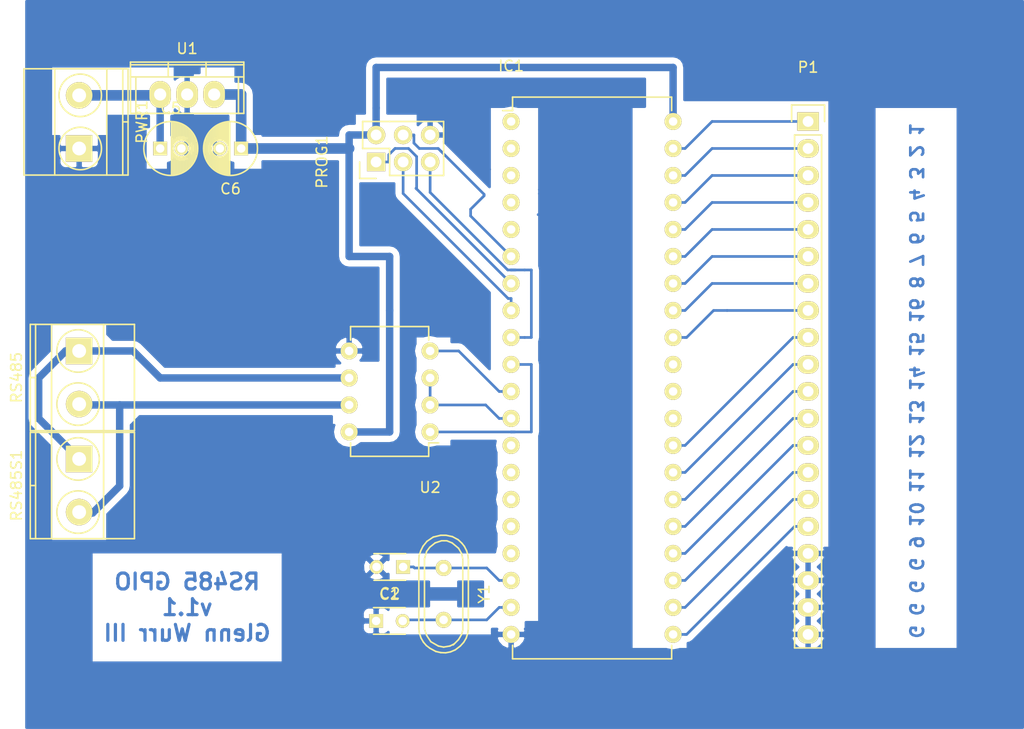
<source format=kicad_pcb>
(kicad_pcb (version 4) (host pcbnew 4.0.4-stable)

  (general
    (links 50)
    (no_connects 0)
    (area 139.745 83.82 236.220001 152.400001)
    (thickness 1.6)
    (drawings 2)
    (tracks 141)
    (zones 0)
    (modules 13)
    (nets 44)
  )

  (page A4)
  (layers
    (0 F.Cu signal)
    (31 B.Cu signal)
    (33 F.Adhes user)
    (35 F.Paste user)
    (37 F.SilkS user)
    (39 F.Mask user)
    (40 Dwgs.User user)
    (41 Cmts.User user)
    (42 Eco1.User user)
    (43 Eco2.User user)
    (44 Edge.Cuts user)
    (45 Margin user)
    (47 F.CrtYd user)
    (49 F.Fab user)
  )

  (setup
    (last_trace_width 0.25)
    (user_trace_width 0.7)
    (user_trace_width 1)
    (trace_clearance 0.2)
    (zone_clearance 0.6)
    (zone_45_only yes)
    (trace_min 0.2)
    (segment_width 0.2)
    (edge_width 0.15)
    (via_size 0.6)
    (via_drill 0.4)
    (via_min_size 0.4)
    (via_min_drill 0.3)
    (uvia_size 0.3)
    (uvia_drill 0.1)
    (uvias_allowed no)
    (uvia_min_size 0.2)
    (uvia_min_drill 0.1)
    (pcb_text_width 0.3)
    (pcb_text_size 1.5 1.5)
    (mod_edge_width 0.15)
    (mod_text_size 1 1)
    (mod_text_width 0.15)
    (pad_size 1.524 1.524)
    (pad_drill 0.762)
    (pad_to_mask_clearance 0.2)
    (aux_axis_origin 144.78 149.86)
    (visible_elements FFFFFF7F)
    (pcbplotparams
      (layerselection 0x00000_80000000)
      (usegerberextensions false)
      (excludeedgelayer true)
      (linewidth 0.100000)
      (plotframeref false)
      (viasonmask false)
      (mode 1)
      (useauxorigin false)
      (hpglpennumber 1)
      (hpglpenspeed 20)
      (hpglpendiameter 15)
      (hpglpenoverlay 2)
      (psnegative true)
      (psa4output true)
      (plotreference false)
      (plotvalue false)
      (plotinvisibletext false)
      (padsonsilk false)
      (subtractmaskfromsilk false)
      (outputformat 2)
      (mirror true)
      (drillshape 2)
      (scaleselection 1)
      (outputdirectory ""))
  )

  (net 0 "")
  (net 1 Earth)
  (net 2 "Net-(C1-Pad2)")
  (net 3 "Net-(C2-Pad1)")
  (net 4 +BATT)
  (net 5 +5V)
  (net 6 /MOSI)
  (net 7 /MISO)
  (net 8 /SCK)
  (net 9 /RESET)
  (net 10 "Net-(IC1-Pad10)")
  (net 11 "Net-(IC1-Pad11)")
  (net 12 "Net-(IC1-Pad12)")
  (net 13 /O9)
  (net 14 /O10)
  (net 15 /O11)
  (net 16 /O12)
  (net 17 /O13)
  (net 18 /O14)
  (net 19 /O15)
  (net 20 /O16)
  (net 21 "Net-(IC1-Pad29)")
  (net 22 "Net-(IC1-Pad30)")
  (net 23 "Net-(IC1-Pad31)")
  (net 24 /O8)
  (net 25 /O7)
  (net 26 /O6)
  (net 27 /O5)
  (net 28 /O4)
  (net 29 /O3)
  (net 30 /O2)
  (net 31 /O1)
  (net 32 "Net-(RS485-Pad2)")
  (net 33 "Net-(RS485-Pad1)")
  (net 34 "Net-(IC1-Pad1)")
  (net 35 "Net-(IC1-Pad2)")
  (net 36 "Net-(IC1-Pad3)")
  (net 37 "Net-(IC1-Pad5)")
  (net 38 "Net-(IC1-Pad13)")
  (net 39 "Net-(IC1-Pad14)")
  (net 40 "Net-(IC1-Pad15)")
  (net 41 "Net-(IC1-Pad16)")
  (net 42 "Net-(IC1-Pad17)")
  (net 43 "Net-(IC1-Pad4)")

  (net_class Default "This is the default net class."
    (clearance 0.2)
    (trace_width 0.25)
    (via_dia 0.6)
    (via_drill 0.4)
    (uvia_dia 0.3)
    (uvia_drill 0.1)
    (add_net +5V)
    (add_net +BATT)
    (add_net /MISO)
    (add_net /MOSI)
    (add_net /O1)
    (add_net /O10)
    (add_net /O11)
    (add_net /O12)
    (add_net /O13)
    (add_net /O14)
    (add_net /O15)
    (add_net /O16)
    (add_net /O2)
    (add_net /O3)
    (add_net /O4)
    (add_net /O5)
    (add_net /O6)
    (add_net /O7)
    (add_net /O8)
    (add_net /O9)
    (add_net /RESET)
    (add_net /SCK)
    (add_net Earth)
    (add_net "Net-(C1-Pad2)")
    (add_net "Net-(C2-Pad1)")
    (add_net "Net-(IC1-Pad1)")
    (add_net "Net-(IC1-Pad10)")
    (add_net "Net-(IC1-Pad11)")
    (add_net "Net-(IC1-Pad12)")
    (add_net "Net-(IC1-Pad13)")
    (add_net "Net-(IC1-Pad14)")
    (add_net "Net-(IC1-Pad15)")
    (add_net "Net-(IC1-Pad16)")
    (add_net "Net-(IC1-Pad17)")
    (add_net "Net-(IC1-Pad2)")
    (add_net "Net-(IC1-Pad29)")
    (add_net "Net-(IC1-Pad3)")
    (add_net "Net-(IC1-Pad30)")
    (add_net "Net-(IC1-Pad31)")
    (add_net "Net-(IC1-Pad4)")
    (add_net "Net-(IC1-Pad5)")
    (add_net "Net-(RS485-Pad1)")
    (add_net "Net-(RS485-Pad2)")
  )

  (module Capacitors_ThroughHole:C_Disc_D3_P2.5 (layer F.Cu) (tedit 0) (tstamp 57DCEEA2)
    (at 175.26 142.24)
    (descr "Capacitor 3mm Disc, Pitch 2.5mm")
    (tags Capacitor)
    (path /57DCD2A6)
    (fp_text reference C1 (at 1.25 -2.5) (layer F.SilkS)
      (effects (font (size 1 1) (thickness 0.15)))
    )
    (fp_text value C_Small (at 1.25 2.5) (layer F.Fab)
      (effects (font (size 1 1) (thickness 0.15)))
    )
    (fp_line (start -0.9 -1.5) (end 3.4 -1.5) (layer F.CrtYd) (width 0.05))
    (fp_line (start 3.4 -1.5) (end 3.4 1.5) (layer F.CrtYd) (width 0.05))
    (fp_line (start 3.4 1.5) (end -0.9 1.5) (layer F.CrtYd) (width 0.05))
    (fp_line (start -0.9 1.5) (end -0.9 -1.5) (layer F.CrtYd) (width 0.05))
    (fp_line (start -0.25 -1.25) (end 2.75 -1.25) (layer F.SilkS) (width 0.15))
    (fp_line (start 2.75 1.25) (end -0.25 1.25) (layer F.SilkS) (width 0.15))
    (pad 1 thru_hole rect (at 0 0) (size 1.3 1.3) (drill 0.8) (layers *.Cu *.Mask F.SilkS)
      (net 1 Earth))
    (pad 2 thru_hole circle (at 2.5 0) (size 1.3 1.3) (drill 0.8001) (layers *.Cu *.Mask F.SilkS)
      (net 2 "Net-(C1-Pad2)"))
    (model Capacitors_ThroughHole.3dshapes/C_Disc_D3_P2.5.wrl
      (at (xyz 0.0492126 0 0))
      (scale (xyz 1 1 1))
      (rotate (xyz 0 0 0))
    )
  )

  (module Capacitors_ThroughHole:C_Disc_D3_P2.5 (layer F.Cu) (tedit 0) (tstamp 57DCEEA8)
    (at 177.8 137.16 180)
    (descr "Capacitor 3mm Disc, Pitch 2.5mm")
    (tags Capacitor)
    (path /57DCD2D3)
    (fp_text reference C2 (at 1.25 -2.5 180) (layer F.SilkS)
      (effects (font (size 1 1) (thickness 0.15)))
    )
    (fp_text value C_Small (at 1.25 2.5 180) (layer F.Fab)
      (effects (font (size 1 1) (thickness 0.15)))
    )
    (fp_line (start -0.9 -1.5) (end 3.4 -1.5) (layer F.CrtYd) (width 0.05))
    (fp_line (start 3.4 -1.5) (end 3.4 1.5) (layer F.CrtYd) (width 0.05))
    (fp_line (start 3.4 1.5) (end -0.9 1.5) (layer F.CrtYd) (width 0.05))
    (fp_line (start -0.9 1.5) (end -0.9 -1.5) (layer F.CrtYd) (width 0.05))
    (fp_line (start -0.25 -1.25) (end 2.75 -1.25) (layer F.SilkS) (width 0.15))
    (fp_line (start 2.75 1.25) (end -0.25 1.25) (layer F.SilkS) (width 0.15))
    (pad 1 thru_hole rect (at 0 0 180) (size 1.3 1.3) (drill 0.8) (layers *.Cu *.Mask F.SilkS)
      (net 3 "Net-(C2-Pad1)"))
    (pad 2 thru_hole circle (at 2.5 0 180) (size 1.3 1.3) (drill 0.8001) (layers *.Cu *.Mask F.SilkS)
      (net 1 Earth))
    (model Capacitors_ThroughHole.3dshapes/C_Disc_D3_P2.5.wrl
      (at (xyz 0.0492126 0 0))
      (scale (xyz 1 1 1))
      (rotate (xyz 0 0 0))
    )
  )

  (module Capacitors_ThroughHole:C_Radial_D5_L11_P2 (layer F.Cu) (tedit 0) (tstamp 57DCEEAE)
    (at 154.94 97.79)
    (descr "Radial Electrolytic Capacitor 5mm x Length 11mm, Pitch 2mm")
    (tags "Electrolytic Capacitor")
    (path /57DEE4DA)
    (fp_text reference C5 (at 1 -3.8) (layer F.SilkS)
      (effects (font (size 1 1) (thickness 0.15)))
    )
    (fp_text value 10uf (at 1 3.8) (layer F.Fab)
      (effects (font (size 1 1) (thickness 0.15)))
    )
    (fp_line (start 1.075 -2.499) (end 1.075 2.499) (layer F.SilkS) (width 0.15))
    (fp_line (start 1.215 -2.491) (end 1.215 -0.154) (layer F.SilkS) (width 0.15))
    (fp_line (start 1.215 0.154) (end 1.215 2.491) (layer F.SilkS) (width 0.15))
    (fp_line (start 1.355 -2.475) (end 1.355 -0.473) (layer F.SilkS) (width 0.15))
    (fp_line (start 1.355 0.473) (end 1.355 2.475) (layer F.SilkS) (width 0.15))
    (fp_line (start 1.495 -2.451) (end 1.495 -0.62) (layer F.SilkS) (width 0.15))
    (fp_line (start 1.495 0.62) (end 1.495 2.451) (layer F.SilkS) (width 0.15))
    (fp_line (start 1.635 -2.418) (end 1.635 -0.712) (layer F.SilkS) (width 0.15))
    (fp_line (start 1.635 0.712) (end 1.635 2.418) (layer F.SilkS) (width 0.15))
    (fp_line (start 1.775 -2.377) (end 1.775 -0.768) (layer F.SilkS) (width 0.15))
    (fp_line (start 1.775 0.768) (end 1.775 2.377) (layer F.SilkS) (width 0.15))
    (fp_line (start 1.915 -2.327) (end 1.915 -0.795) (layer F.SilkS) (width 0.15))
    (fp_line (start 1.915 0.795) (end 1.915 2.327) (layer F.SilkS) (width 0.15))
    (fp_line (start 2.055 -2.266) (end 2.055 -0.798) (layer F.SilkS) (width 0.15))
    (fp_line (start 2.055 0.798) (end 2.055 2.266) (layer F.SilkS) (width 0.15))
    (fp_line (start 2.195 -2.196) (end 2.195 -0.776) (layer F.SilkS) (width 0.15))
    (fp_line (start 2.195 0.776) (end 2.195 2.196) (layer F.SilkS) (width 0.15))
    (fp_line (start 2.335 -2.114) (end 2.335 -0.726) (layer F.SilkS) (width 0.15))
    (fp_line (start 2.335 0.726) (end 2.335 2.114) (layer F.SilkS) (width 0.15))
    (fp_line (start 2.475 -2.019) (end 2.475 -0.644) (layer F.SilkS) (width 0.15))
    (fp_line (start 2.475 0.644) (end 2.475 2.019) (layer F.SilkS) (width 0.15))
    (fp_line (start 2.615 -1.908) (end 2.615 -0.512) (layer F.SilkS) (width 0.15))
    (fp_line (start 2.615 0.512) (end 2.615 1.908) (layer F.SilkS) (width 0.15))
    (fp_line (start 2.755 -1.78) (end 2.755 -0.265) (layer F.SilkS) (width 0.15))
    (fp_line (start 2.755 0.265) (end 2.755 1.78) (layer F.SilkS) (width 0.15))
    (fp_line (start 2.895 -1.631) (end 2.895 1.631) (layer F.SilkS) (width 0.15))
    (fp_line (start 3.035 -1.452) (end 3.035 1.452) (layer F.SilkS) (width 0.15))
    (fp_line (start 3.175 -1.233) (end 3.175 1.233) (layer F.SilkS) (width 0.15))
    (fp_line (start 3.315 -0.944) (end 3.315 0.944) (layer F.SilkS) (width 0.15))
    (fp_line (start 3.455 -0.472) (end 3.455 0.472) (layer F.SilkS) (width 0.15))
    (fp_circle (center 2 0) (end 2 -0.8) (layer F.SilkS) (width 0.15))
    (fp_circle (center 1 0) (end 1 -2.5375) (layer F.SilkS) (width 0.15))
    (fp_circle (center 1 0) (end 1 -2.8) (layer F.CrtYd) (width 0.05))
    (pad 1 thru_hole rect (at 0 0) (size 1.3 1.3) (drill 0.8) (layers *.Cu *.Mask F.SilkS)
      (net 4 +BATT))
    (pad 2 thru_hole circle (at 2 0) (size 1.3 1.3) (drill 0.8) (layers *.Cu *.Mask F.SilkS)
      (net 1 Earth))
    (model Capacitors_ThroughHole.3dshapes/C_Radial_D5_L11_P2.wrl
      (at (xyz 0 0 0))
      (scale (xyz 1 1 1))
      (rotate (xyz 0 0 0))
    )
  )

  (module Capacitors_ThroughHole:C_Radial_D5_L11_P2 (layer F.Cu) (tedit 0) (tstamp 57DCEEB4)
    (at 162.56 97.79 180)
    (descr "Radial Electrolytic Capacitor 5mm x Length 11mm, Pitch 2mm")
    (tags "Electrolytic Capacitor")
    (path /57DEE51D)
    (fp_text reference C6 (at 1 -3.8 180) (layer F.SilkS)
      (effects (font (size 1 1) (thickness 0.15)))
    )
    (fp_text value 10uf (at 1 3.8 180) (layer F.Fab)
      (effects (font (size 1 1) (thickness 0.15)))
    )
    (fp_line (start 1.075 -2.499) (end 1.075 2.499) (layer F.SilkS) (width 0.15))
    (fp_line (start 1.215 -2.491) (end 1.215 -0.154) (layer F.SilkS) (width 0.15))
    (fp_line (start 1.215 0.154) (end 1.215 2.491) (layer F.SilkS) (width 0.15))
    (fp_line (start 1.355 -2.475) (end 1.355 -0.473) (layer F.SilkS) (width 0.15))
    (fp_line (start 1.355 0.473) (end 1.355 2.475) (layer F.SilkS) (width 0.15))
    (fp_line (start 1.495 -2.451) (end 1.495 -0.62) (layer F.SilkS) (width 0.15))
    (fp_line (start 1.495 0.62) (end 1.495 2.451) (layer F.SilkS) (width 0.15))
    (fp_line (start 1.635 -2.418) (end 1.635 -0.712) (layer F.SilkS) (width 0.15))
    (fp_line (start 1.635 0.712) (end 1.635 2.418) (layer F.SilkS) (width 0.15))
    (fp_line (start 1.775 -2.377) (end 1.775 -0.768) (layer F.SilkS) (width 0.15))
    (fp_line (start 1.775 0.768) (end 1.775 2.377) (layer F.SilkS) (width 0.15))
    (fp_line (start 1.915 -2.327) (end 1.915 -0.795) (layer F.SilkS) (width 0.15))
    (fp_line (start 1.915 0.795) (end 1.915 2.327) (layer F.SilkS) (width 0.15))
    (fp_line (start 2.055 -2.266) (end 2.055 -0.798) (layer F.SilkS) (width 0.15))
    (fp_line (start 2.055 0.798) (end 2.055 2.266) (layer F.SilkS) (width 0.15))
    (fp_line (start 2.195 -2.196) (end 2.195 -0.776) (layer F.SilkS) (width 0.15))
    (fp_line (start 2.195 0.776) (end 2.195 2.196) (layer F.SilkS) (width 0.15))
    (fp_line (start 2.335 -2.114) (end 2.335 -0.726) (layer F.SilkS) (width 0.15))
    (fp_line (start 2.335 0.726) (end 2.335 2.114) (layer F.SilkS) (width 0.15))
    (fp_line (start 2.475 -2.019) (end 2.475 -0.644) (layer F.SilkS) (width 0.15))
    (fp_line (start 2.475 0.644) (end 2.475 2.019) (layer F.SilkS) (width 0.15))
    (fp_line (start 2.615 -1.908) (end 2.615 -0.512) (layer F.SilkS) (width 0.15))
    (fp_line (start 2.615 0.512) (end 2.615 1.908) (layer F.SilkS) (width 0.15))
    (fp_line (start 2.755 -1.78) (end 2.755 -0.265) (layer F.SilkS) (width 0.15))
    (fp_line (start 2.755 0.265) (end 2.755 1.78) (layer F.SilkS) (width 0.15))
    (fp_line (start 2.895 -1.631) (end 2.895 1.631) (layer F.SilkS) (width 0.15))
    (fp_line (start 3.035 -1.452) (end 3.035 1.452) (layer F.SilkS) (width 0.15))
    (fp_line (start 3.175 -1.233) (end 3.175 1.233) (layer F.SilkS) (width 0.15))
    (fp_line (start 3.315 -0.944) (end 3.315 0.944) (layer F.SilkS) (width 0.15))
    (fp_line (start 3.455 -0.472) (end 3.455 0.472) (layer F.SilkS) (width 0.15))
    (fp_circle (center 2 0) (end 2 -0.8) (layer F.SilkS) (width 0.15))
    (fp_circle (center 1 0) (end 1 -2.5375) (layer F.SilkS) (width 0.15))
    (fp_circle (center 1 0) (end 1 -2.8) (layer F.CrtYd) (width 0.05))
    (pad 1 thru_hole rect (at 0 0 180) (size 1.3 1.3) (drill 0.8) (layers *.Cu *.Mask F.SilkS)
      (net 5 +5V))
    (pad 2 thru_hole circle (at 2 0 180) (size 1.3 1.3) (drill 0.8) (layers *.Cu *.Mask F.SilkS)
      (net 1 Earth))
    (model Capacitors_ThroughHole.3dshapes/C_Radial_D5_L11_P2.wrl
      (at (xyz 0 0 0))
      (scale (xyz 1 1 1))
      (rotate (xyz 0 0 0))
    )
  )

  (module Housings_DIP:DIP-40_W15.24mm (layer F.Cu) (tedit 54130A77) (tstamp 57DCEEE0)
    (at 187.96 95.25)
    (descr "40-lead dip package, row spacing 15.24 mm (600 mils)")
    (tags "dil dip 2.54 600")
    (path /57DCCFA7)
    (fp_text reference IC1 (at 0 -5.22) (layer F.SilkS)
      (effects (font (size 1 1) (thickness 0.15)))
    )
    (fp_text value AT90S8515-P (at 0 -3.72) (layer F.Fab)
      (effects (font (size 1 1) (thickness 0.15)))
    )
    (fp_line (start -1.05 -2.45) (end -1.05 50.75) (layer F.CrtYd) (width 0.05))
    (fp_line (start 16.3 -2.45) (end 16.3 50.75) (layer F.CrtYd) (width 0.05))
    (fp_line (start -1.05 -2.45) (end 16.3 -2.45) (layer F.CrtYd) (width 0.05))
    (fp_line (start -1.05 50.75) (end 16.3 50.75) (layer F.CrtYd) (width 0.05))
    (fp_line (start 0.135 -2.295) (end 0.135 -1.025) (layer F.SilkS) (width 0.15))
    (fp_line (start 15.105 -2.295) (end 15.105 -1.025) (layer F.SilkS) (width 0.15))
    (fp_line (start 15.105 50.555) (end 15.105 49.285) (layer F.SilkS) (width 0.15))
    (fp_line (start 0.135 50.555) (end 0.135 49.285) (layer F.SilkS) (width 0.15))
    (fp_line (start 0.135 -2.295) (end 15.105 -2.295) (layer F.SilkS) (width 0.15))
    (fp_line (start 0.135 50.555) (end 15.105 50.555) (layer F.SilkS) (width 0.15))
    (fp_line (start 0.135 -1.025) (end -0.8 -1.025) (layer F.SilkS) (width 0.15))
    (pad 1 thru_hole oval (at 0 0) (size 1.6 1.6) (drill 0.8) (layers *.Cu *.Mask F.SilkS)
      (net 34 "Net-(IC1-Pad1)"))
    (pad 2 thru_hole oval (at 0 2.54) (size 1.6 1.6) (drill 0.8) (layers *.Cu *.Mask F.SilkS)
      (net 35 "Net-(IC1-Pad2)"))
    (pad 3 thru_hole oval (at 0 5.08) (size 1.6 1.6) (drill 0.8) (layers *.Cu *.Mask F.SilkS)
      (net 36 "Net-(IC1-Pad3)"))
    (pad 4 thru_hole oval (at 0 7.62) (size 1.6 1.6) (drill 0.8) (layers *.Cu *.Mask F.SilkS)
      (net 43 "Net-(IC1-Pad4)"))
    (pad 5 thru_hole oval (at 0 10.16) (size 1.6 1.6) (drill 0.8) (layers *.Cu *.Mask F.SilkS)
      (net 37 "Net-(IC1-Pad5)"))
    (pad 6 thru_hole oval (at 0 12.7) (size 1.6 1.6) (drill 0.8) (layers *.Cu *.Mask F.SilkS)
      (net 6 /MOSI))
    (pad 7 thru_hole oval (at 0 15.24) (size 1.6 1.6) (drill 0.8) (layers *.Cu *.Mask F.SilkS)
      (net 7 /MISO))
    (pad 8 thru_hole oval (at 0 17.78) (size 1.6 1.6) (drill 0.8) (layers *.Cu *.Mask F.SilkS)
      (net 8 /SCK))
    (pad 9 thru_hole oval (at 0 20.32) (size 1.6 1.6) (drill 0.8) (layers *.Cu *.Mask F.SilkS)
      (net 9 /RESET))
    (pad 10 thru_hole oval (at 0 22.86) (size 1.6 1.6) (drill 0.8) (layers *.Cu *.Mask F.SilkS)
      (net 10 "Net-(IC1-Pad10)"))
    (pad 11 thru_hole oval (at 0 25.4) (size 1.6 1.6) (drill 0.8) (layers *.Cu *.Mask F.SilkS)
      (net 11 "Net-(IC1-Pad11)"))
    (pad 12 thru_hole oval (at 0 27.94) (size 1.6 1.6) (drill 0.8) (layers *.Cu *.Mask F.SilkS)
      (net 12 "Net-(IC1-Pad12)"))
    (pad 13 thru_hole oval (at 0 30.48) (size 1.6 1.6) (drill 0.8) (layers *.Cu *.Mask F.SilkS)
      (net 38 "Net-(IC1-Pad13)"))
    (pad 14 thru_hole oval (at 0 33.02) (size 1.6 1.6) (drill 0.8) (layers *.Cu *.Mask F.SilkS)
      (net 39 "Net-(IC1-Pad14)"))
    (pad 15 thru_hole oval (at 0 35.56) (size 1.6 1.6) (drill 0.8) (layers *.Cu *.Mask F.SilkS)
      (net 40 "Net-(IC1-Pad15)"))
    (pad 16 thru_hole oval (at 0 38.1) (size 1.6 1.6) (drill 0.8) (layers *.Cu *.Mask F.SilkS)
      (net 41 "Net-(IC1-Pad16)"))
    (pad 17 thru_hole oval (at 0 40.64) (size 1.6 1.6) (drill 0.8) (layers *.Cu *.Mask F.SilkS)
      (net 42 "Net-(IC1-Pad17)"))
    (pad 18 thru_hole oval (at 0 43.18) (size 1.6 1.6) (drill 0.8) (layers *.Cu *.Mask F.SilkS)
      (net 3 "Net-(C2-Pad1)"))
    (pad 19 thru_hole oval (at 0 45.72) (size 1.6 1.6) (drill 0.8) (layers *.Cu *.Mask F.SilkS)
      (net 2 "Net-(C1-Pad2)"))
    (pad 20 thru_hole oval (at 0 48.26) (size 1.6 1.6) (drill 0.8) (layers *.Cu *.Mask F.SilkS)
      (net 1 Earth))
    (pad 21 thru_hole oval (at 15.24 48.26) (size 1.6 1.6) (drill 0.8) (layers *.Cu *.Mask F.SilkS)
      (net 13 /O9))
    (pad 22 thru_hole oval (at 15.24 45.72) (size 1.6 1.6) (drill 0.8) (layers *.Cu *.Mask F.SilkS)
      (net 14 /O10))
    (pad 23 thru_hole oval (at 15.24 43.18) (size 1.6 1.6) (drill 0.8) (layers *.Cu *.Mask F.SilkS)
      (net 15 /O11))
    (pad 24 thru_hole oval (at 15.24 40.64) (size 1.6 1.6) (drill 0.8) (layers *.Cu *.Mask F.SilkS)
      (net 16 /O12))
    (pad 25 thru_hole oval (at 15.24 38.1) (size 1.6 1.6) (drill 0.8) (layers *.Cu *.Mask F.SilkS)
      (net 17 /O13))
    (pad 26 thru_hole oval (at 15.24 35.56) (size 1.6 1.6) (drill 0.8) (layers *.Cu *.Mask F.SilkS)
      (net 18 /O14))
    (pad 27 thru_hole oval (at 15.24 33.02) (size 1.6 1.6) (drill 0.8) (layers *.Cu *.Mask F.SilkS)
      (net 19 /O15))
    (pad 28 thru_hole oval (at 15.24 30.48) (size 1.6 1.6) (drill 0.8) (layers *.Cu *.Mask F.SilkS)
      (net 20 /O16))
    (pad 29 thru_hole oval (at 15.24 27.94) (size 1.6 1.6) (drill 0.8) (layers *.Cu *.Mask F.SilkS)
      (net 21 "Net-(IC1-Pad29)"))
    (pad 30 thru_hole oval (at 15.24 25.4) (size 1.6 1.6) (drill 0.8) (layers *.Cu *.Mask F.SilkS)
      (net 22 "Net-(IC1-Pad30)"))
    (pad 31 thru_hole oval (at 15.24 22.86) (size 1.6 1.6) (drill 0.8) (layers *.Cu *.Mask F.SilkS)
      (net 23 "Net-(IC1-Pad31)"))
    (pad 32 thru_hole oval (at 15.24 20.32) (size 1.6 1.6) (drill 0.8) (layers *.Cu *.Mask F.SilkS)
      (net 24 /O8))
    (pad 33 thru_hole oval (at 15.24 17.78) (size 1.6 1.6) (drill 0.8) (layers *.Cu *.Mask F.SilkS)
      (net 25 /O7))
    (pad 34 thru_hole oval (at 15.24 15.24) (size 1.6 1.6) (drill 0.8) (layers *.Cu *.Mask F.SilkS)
      (net 26 /O6))
    (pad 35 thru_hole oval (at 15.24 12.7) (size 1.6 1.6) (drill 0.8) (layers *.Cu *.Mask F.SilkS)
      (net 27 /O5))
    (pad 36 thru_hole oval (at 15.24 10.16) (size 1.6 1.6) (drill 0.8) (layers *.Cu *.Mask F.SilkS)
      (net 28 /O4))
    (pad 37 thru_hole oval (at 15.24 7.62) (size 1.6 1.6) (drill 0.8) (layers *.Cu *.Mask F.SilkS)
      (net 29 /O3))
    (pad 38 thru_hole oval (at 15.24 5.08) (size 1.6 1.6) (drill 0.8) (layers *.Cu *.Mask F.SilkS)
      (net 30 /O2))
    (pad 39 thru_hole oval (at 15.24 2.54) (size 1.6 1.6) (drill 0.8) (layers *.Cu *.Mask F.SilkS)
      (net 31 /O1))
    (pad 40 thru_hole oval (at 15.24 0) (size 1.6 1.6) (drill 0.8) (layers *.Cu *.Mask F.SilkS)
      (net 5 +5V))
    (model Housings_DIP.3dshapes/DIP-40_W15.24mm.wrl
      (at (xyz 0 0 0))
      (scale (xyz 1 1 1))
      (rotate (xyz 0 0 0))
    )
  )

  (module Pin_Headers:Pin_Header_Straight_2x03 (layer F.Cu) (tedit 54EA0A4B) (tstamp 57DCEF04)
    (at 175.26 99.06 90)
    (descr "Through hole pin header")
    (tags "pin header")
    (path /57DD4174)
    (fp_text reference PROG1 (at 0 -5.1 90) (layer F.SilkS)
      (effects (font (size 1 1) (thickness 0.15)))
    )
    (fp_text value CONN_02X03 (at 0 -3.1 90) (layer F.Fab)
      (effects (font (size 1 1) (thickness 0.15)))
    )
    (fp_line (start -1.27 1.27) (end -1.27 6.35) (layer F.SilkS) (width 0.15))
    (fp_line (start -1.55 -1.55) (end 0 -1.55) (layer F.SilkS) (width 0.15))
    (fp_line (start -1.75 -1.75) (end -1.75 6.85) (layer F.CrtYd) (width 0.05))
    (fp_line (start 4.3 -1.75) (end 4.3 6.85) (layer F.CrtYd) (width 0.05))
    (fp_line (start -1.75 -1.75) (end 4.3 -1.75) (layer F.CrtYd) (width 0.05))
    (fp_line (start -1.75 6.85) (end 4.3 6.85) (layer F.CrtYd) (width 0.05))
    (fp_line (start 1.27 -1.27) (end 1.27 1.27) (layer F.SilkS) (width 0.15))
    (fp_line (start 1.27 1.27) (end -1.27 1.27) (layer F.SilkS) (width 0.15))
    (fp_line (start -1.27 6.35) (end 3.81 6.35) (layer F.SilkS) (width 0.15))
    (fp_line (start 3.81 6.35) (end 3.81 1.27) (layer F.SilkS) (width 0.15))
    (fp_line (start -1.55 -1.55) (end -1.55 0) (layer F.SilkS) (width 0.15))
    (fp_line (start 3.81 -1.27) (end 1.27 -1.27) (layer F.SilkS) (width 0.15))
    (fp_line (start 3.81 1.27) (end 3.81 -1.27) (layer F.SilkS) (width 0.15))
    (pad 1 thru_hole rect (at 0 0 90) (size 1.7272 1.7272) (drill 1.016) (layers *.Cu *.Mask F.SilkS)
      (net 7 /MISO))
    (pad 2 thru_hole oval (at 2.54 0 90) (size 1.7272 1.7272) (drill 1.016) (layers *.Cu *.Mask F.SilkS)
      (net 5 +5V))
    (pad 3 thru_hole oval (at 0 2.54 90) (size 1.7272 1.7272) (drill 1.016) (layers *.Cu *.Mask F.SilkS)
      (net 8 /SCK))
    (pad 4 thru_hole oval (at 2.54 2.54 90) (size 1.7272 1.7272) (drill 1.016) (layers *.Cu *.Mask F.SilkS)
      (net 6 /MOSI))
    (pad 5 thru_hole oval (at 0 5.08 90) (size 1.7272 1.7272) (drill 1.016) (layers *.Cu *.Mask F.SilkS)
      (net 9 /RESET))
    (pad 6 thru_hole oval (at 2.54 5.08 90) (size 1.7272 1.7272) (drill 1.016) (layers *.Cu *.Mask F.SilkS)
      (net 1 Earth))
    (model Pin_Headers.3dshapes/Pin_Header_Straight_2x03.wrl
      (at (xyz 0.05 -0.1 0))
      (scale (xyz 1 1 1))
      (rotate (xyz 0 0 90))
    )
  )

  (module Power_Integrations:TO-220 (layer F.Cu) (tedit 0) (tstamp 57DCEF23)
    (at 157.48 92.71)
    (descr "Non Isolated JEDEC TO-220 Package")
    (tags "Power Integration YN Package")
    (path /57DEE486)
    (fp_text reference U1 (at 0 -4.318) (layer F.SilkS)
      (effects (font (size 1 1) (thickness 0.15)))
    )
    (fp_text value LM7805CT (at 0 -4.318) (layer F.Fab)
      (effects (font (size 1 1) (thickness 0.15)))
    )
    (fp_line (start 4.826 -1.651) (end 4.826 1.778) (layer F.SilkS) (width 0.15))
    (fp_line (start -4.826 -1.651) (end -4.826 1.778) (layer F.SilkS) (width 0.15))
    (fp_line (start 5.334 -2.794) (end -5.334 -2.794) (layer F.SilkS) (width 0.15))
    (fp_line (start 1.778 -1.778) (end 1.778 -3.048) (layer F.SilkS) (width 0.15))
    (fp_line (start -1.778 -1.778) (end -1.778 -3.048) (layer F.SilkS) (width 0.15))
    (fp_line (start -5.334 -1.651) (end 5.334 -1.651) (layer F.SilkS) (width 0.15))
    (fp_line (start 5.334 1.778) (end -5.334 1.778) (layer F.SilkS) (width 0.15))
    (fp_line (start -5.334 -3.048) (end -5.334 1.778) (layer F.SilkS) (width 0.15))
    (fp_line (start 5.334 -3.048) (end 5.334 1.778) (layer F.SilkS) (width 0.15))
    (fp_line (start 5.334 -3.048) (end -5.334 -3.048) (layer F.SilkS) (width 0.15))
    (pad 2 thru_hole oval (at 0 0) (size 2.032 2.54) (drill 1.143) (layers *.Cu *.Mask F.SilkS)
      (net 1 Earth))
    (pad 3 thru_hole oval (at 2.54 0) (size 2.032 2.54) (drill 1.143) (layers *.Cu *.Mask F.SilkS)
      (net 5 +5V))
    (pad 1 thru_hole oval (at -2.54 0) (size 2.032 2.54) (drill 1.143) (layers *.Cu *.Mask F.SilkS)
      (net 4 +BATT))
  )

  (module Housings_DIP:DIP-8_W7.62mm (layer F.Cu) (tedit 54130A77) (tstamp 57DCEF2F)
    (at 180.34 124.46 180)
    (descr "8-lead dip package, row spacing 7.62 mm (300 mils)")
    (tags "dil dip 2.54 300")
    (path /57DCE524)
    (fp_text reference U2 (at 0 -5.22 180) (layer F.SilkS)
      (effects (font (size 1 1) (thickness 0.15)))
    )
    (fp_text value SP3485CP (at 0 -3.72 180) (layer F.Fab)
      (effects (font (size 1 1) (thickness 0.15)))
    )
    (fp_line (start -1.05 -2.45) (end -1.05 10.1) (layer F.CrtYd) (width 0.05))
    (fp_line (start 8.65 -2.45) (end 8.65 10.1) (layer F.CrtYd) (width 0.05))
    (fp_line (start -1.05 -2.45) (end 8.65 -2.45) (layer F.CrtYd) (width 0.05))
    (fp_line (start -1.05 10.1) (end 8.65 10.1) (layer F.CrtYd) (width 0.05))
    (fp_line (start 0.135 -2.295) (end 0.135 -1.025) (layer F.SilkS) (width 0.15))
    (fp_line (start 7.485 -2.295) (end 7.485 -1.025) (layer F.SilkS) (width 0.15))
    (fp_line (start 7.485 9.915) (end 7.485 8.645) (layer F.SilkS) (width 0.15))
    (fp_line (start 0.135 9.915) (end 0.135 8.645) (layer F.SilkS) (width 0.15))
    (fp_line (start 0.135 -2.295) (end 7.485 -2.295) (layer F.SilkS) (width 0.15))
    (fp_line (start 0.135 9.915) (end 7.485 9.915) (layer F.SilkS) (width 0.15))
    (fp_line (start 0.135 -1.025) (end -0.8 -1.025) (layer F.SilkS) (width 0.15))
    (pad 1 thru_hole oval (at 0 0 180) (size 1.6 1.6) (drill 0.8) (layers *.Cu *.Mask F.SilkS)
      (net 10 "Net-(IC1-Pad10)"))
    (pad 2 thru_hole oval (at 0 2.54 180) (size 1.6 1.6) (drill 0.8) (layers *.Cu *.Mask F.SilkS)
      (net 12 "Net-(IC1-Pad12)"))
    (pad 3 thru_hole oval (at 0 5.08 180) (size 1.6 1.6) (drill 0.8) (layers *.Cu *.Mask F.SilkS)
      (net 12 "Net-(IC1-Pad12)"))
    (pad 4 thru_hole oval (at 0 7.62 180) (size 1.6 1.6) (drill 0.8) (layers *.Cu *.Mask F.SilkS)
      (net 11 "Net-(IC1-Pad11)"))
    (pad 5 thru_hole oval (at 7.62 7.62 180) (size 1.6 1.6) (drill 0.8) (layers *.Cu *.Mask F.SilkS)
      (net 1 Earth))
    (pad 6 thru_hole oval (at 7.62 5.08 180) (size 1.6 1.6) (drill 0.8) (layers *.Cu *.Mask F.SilkS)
      (net 33 "Net-(RS485-Pad1)"))
    (pad 7 thru_hole oval (at 7.62 2.54 180) (size 1.6 1.6) (drill 0.8) (layers *.Cu *.Mask F.SilkS)
      (net 32 "Net-(RS485-Pad2)"))
    (pad 8 thru_hole oval (at 7.62 0 180) (size 1.6 1.6) (drill 0.8) (layers *.Cu *.Mask F.SilkS)
      (net 5 +5V))
    (model Housings_DIP.3dshapes/DIP-8_W7.62mm.wrl
      (at (xyz 0 0 0))
      (scale (xyz 1 1 1))
      (rotate (xyz 0 0 0))
    )
  )

  (module Crystals:Crystal_HC49-U_Vertical (layer F.Cu) (tedit 0) (tstamp 57DCEF35)
    (at 181.61 139.7 270)
    (descr "Crystal Quarz HC49/U vertical stehend")
    (tags "Crystal Quarz HC49/U vertical stehend")
    (path /57DCD1E2)
    (fp_text reference Y1 (at 0 -3.81 270) (layer F.SilkS)
      (effects (font (size 1 1) (thickness 0.15)))
    )
    (fp_text value 16mhz (at 0 3.81 270) (layer F.Fab)
      (effects (font (size 1 1) (thickness 0.15)))
    )
    (fp_line (start 4.699 -1.00076) (end 4.89966 -0.59944) (layer F.SilkS) (width 0.15))
    (fp_line (start 4.89966 -0.59944) (end 5.00126 0) (layer F.SilkS) (width 0.15))
    (fp_line (start 5.00126 0) (end 4.89966 0.50038) (layer F.SilkS) (width 0.15))
    (fp_line (start 4.89966 0.50038) (end 4.50088 1.19888) (layer F.SilkS) (width 0.15))
    (fp_line (start 4.50088 1.19888) (end 3.8989 1.6002) (layer F.SilkS) (width 0.15))
    (fp_line (start 3.8989 1.6002) (end 3.29946 1.80086) (layer F.SilkS) (width 0.15))
    (fp_line (start 3.29946 1.80086) (end -3.29946 1.80086) (layer F.SilkS) (width 0.15))
    (fp_line (start -3.29946 1.80086) (end -4.0005 1.6002) (layer F.SilkS) (width 0.15))
    (fp_line (start -4.0005 1.6002) (end -4.39928 1.30048) (layer F.SilkS) (width 0.15))
    (fp_line (start -4.39928 1.30048) (end -4.8006 0.8001) (layer F.SilkS) (width 0.15))
    (fp_line (start -4.8006 0.8001) (end -5.00126 0.20066) (layer F.SilkS) (width 0.15))
    (fp_line (start -5.00126 0.20066) (end -5.00126 -0.29972) (layer F.SilkS) (width 0.15))
    (fp_line (start -5.00126 -0.29972) (end -4.8006 -0.8001) (layer F.SilkS) (width 0.15))
    (fp_line (start -4.8006 -0.8001) (end -4.30022 -1.39954) (layer F.SilkS) (width 0.15))
    (fp_line (start -4.30022 -1.39954) (end -3.79984 -1.69926) (layer F.SilkS) (width 0.15))
    (fp_line (start -3.79984 -1.69926) (end -3.29946 -1.80086) (layer F.SilkS) (width 0.15))
    (fp_line (start -3.2004 -1.80086) (end 3.40106 -1.80086) (layer F.SilkS) (width 0.15))
    (fp_line (start 3.40106 -1.80086) (end 3.79984 -1.69926) (layer F.SilkS) (width 0.15))
    (fp_line (start 3.79984 -1.69926) (end 4.30022 -1.39954) (layer F.SilkS) (width 0.15))
    (fp_line (start 4.30022 -1.39954) (end 4.8006 -0.89916) (layer F.SilkS) (width 0.15))
    (fp_line (start -3.19024 -2.32918) (end -3.64998 -2.28092) (layer F.SilkS) (width 0.15))
    (fp_line (start -3.64998 -2.28092) (end -4.04876 -2.16916) (layer F.SilkS) (width 0.15))
    (fp_line (start -4.04876 -2.16916) (end -4.48056 -1.95072) (layer F.SilkS) (width 0.15))
    (fp_line (start -4.48056 -1.95072) (end -4.77012 -1.71958) (layer F.SilkS) (width 0.15))
    (fp_line (start -4.77012 -1.71958) (end -5.10032 -1.36906) (layer F.SilkS) (width 0.15))
    (fp_line (start -5.10032 -1.36906) (end -5.38988 -0.83058) (layer F.SilkS) (width 0.15))
    (fp_line (start -5.38988 -0.83058) (end -5.51942 -0.23114) (layer F.SilkS) (width 0.15))
    (fp_line (start -5.51942 -0.23114) (end -5.51942 0.2794) (layer F.SilkS) (width 0.15))
    (fp_line (start -5.51942 0.2794) (end -5.34924 0.98044) (layer F.SilkS) (width 0.15))
    (fp_line (start -5.34924 0.98044) (end -4.95046 1.56972) (layer F.SilkS) (width 0.15))
    (fp_line (start -4.95046 1.56972) (end -4.49072 1.94056) (layer F.SilkS) (width 0.15))
    (fp_line (start -4.49072 1.94056) (end -4.06908 2.14884) (layer F.SilkS) (width 0.15))
    (fp_line (start -4.06908 2.14884) (end -3.6195 2.30886) (layer F.SilkS) (width 0.15))
    (fp_line (start -3.6195 2.30886) (end -3.18008 2.33934) (layer F.SilkS) (width 0.15))
    (fp_line (start 4.16052 2.1209) (end 4.53898 1.89992) (layer F.SilkS) (width 0.15))
    (fp_line (start 4.53898 1.89992) (end 4.85902 1.62052) (layer F.SilkS) (width 0.15))
    (fp_line (start 4.85902 1.62052) (end 5.11048 1.29032) (layer F.SilkS) (width 0.15))
    (fp_line (start 5.11048 1.29032) (end 5.4102 0.73914) (layer F.SilkS) (width 0.15))
    (fp_line (start 5.4102 0.73914) (end 5.51942 0.26924) (layer F.SilkS) (width 0.15))
    (fp_line (start 5.51942 0.26924) (end 5.53974 -0.1905) (layer F.SilkS) (width 0.15))
    (fp_line (start 5.53974 -0.1905) (end 5.45084 -0.65024) (layer F.SilkS) (width 0.15))
    (fp_line (start 5.45084 -0.65024) (end 5.26034 -1.09982) (layer F.SilkS) (width 0.15))
    (fp_line (start 5.26034 -1.09982) (end 4.89966 -1.56972) (layer F.SilkS) (width 0.15))
    (fp_line (start 4.89966 -1.56972) (end 4.54914 -1.88976) (layer F.SilkS) (width 0.15))
    (fp_line (start 4.54914 -1.88976) (end 4.16052 -2.1209) (layer F.SilkS) (width 0.15))
    (fp_line (start 4.16052 -2.1209) (end 3.73126 -2.2606) (layer F.SilkS) (width 0.15))
    (fp_line (start 3.73126 -2.2606) (end 3.2893 -2.32918) (layer F.SilkS) (width 0.15))
    (fp_line (start -3.2004 2.32918) (end 3.2512 2.32918) (layer F.SilkS) (width 0.15))
    (fp_line (start 3.2512 2.32918) (end 3.6703 2.29108) (layer F.SilkS) (width 0.15))
    (fp_line (start 3.6703 2.29108) (end 4.16052 2.1209) (layer F.SilkS) (width 0.15))
    (fp_line (start -3.2004 -2.32918) (end 3.2512 -2.32918) (layer F.SilkS) (width 0.15))
    (pad 1 thru_hole circle (at -2.44094 0 270) (size 1.50114 1.50114) (drill 0.8001) (layers *.Cu *.Mask F.SilkS)
      (net 3 "Net-(C2-Pad1)"))
    (pad 2 thru_hole circle (at 2.44094 0 270) (size 1.50114 1.50114) (drill 0.8001) (layers *.Cu *.Mask F.SilkS)
      (net 2 "Net-(C1-Pad2)"))
  )

  (module Pin_Headers:Pin_Header_Straight_1x20 (layer F.Cu) (tedit 0) (tstamp 57DE00DB)
    (at 215.9 95.25)
    (descr "Through hole pin header")
    (tags "pin header")
    (path /57DE2079)
    (fp_text reference P1 (at 0 -5.1) (layer F.SilkS)
      (effects (font (size 1 1) (thickness 0.15)))
    )
    (fp_text value CONN_01X20 (at 0 -3.1) (layer F.Fab)
      (effects (font (size 1 1) (thickness 0.15)))
    )
    (fp_line (start -1.75 -1.75) (end -1.75 50.05) (layer F.CrtYd) (width 0.05))
    (fp_line (start 1.75 -1.75) (end 1.75 50.05) (layer F.CrtYd) (width 0.05))
    (fp_line (start -1.75 -1.75) (end 1.75 -1.75) (layer F.CrtYd) (width 0.05))
    (fp_line (start -1.75 50.05) (end 1.75 50.05) (layer F.CrtYd) (width 0.05))
    (fp_line (start 1.27 1.27) (end 1.27 49.53) (layer F.SilkS) (width 0.15))
    (fp_line (start 1.27 49.53) (end -1.27 49.53) (layer F.SilkS) (width 0.15))
    (fp_line (start -1.27 49.53) (end -1.27 1.27) (layer F.SilkS) (width 0.15))
    (fp_line (start 1.55 -1.55) (end 1.55 0) (layer F.SilkS) (width 0.15))
    (fp_line (start 1.27 1.27) (end -1.27 1.27) (layer F.SilkS) (width 0.15))
    (fp_line (start -1.55 0) (end -1.55 -1.55) (layer F.SilkS) (width 0.15))
    (fp_line (start -1.55 -1.55) (end 1.55 -1.55) (layer F.SilkS) (width 0.15))
    (pad 1 thru_hole rect (at 0 0) (size 2.032 1.7272) (drill 1.016) (layers *.Cu *.Mask F.SilkS)
      (net 31 /O1))
    (pad 2 thru_hole oval (at 0 2.54) (size 2.032 1.7272) (drill 1.016) (layers *.Cu *.Mask F.SilkS)
      (net 30 /O2))
    (pad 3 thru_hole oval (at 0 5.08) (size 2.032 1.7272) (drill 1.016) (layers *.Cu *.Mask F.SilkS)
      (net 29 /O3))
    (pad 4 thru_hole oval (at 0 7.62) (size 2.032 1.7272) (drill 1.016) (layers *.Cu *.Mask F.SilkS)
      (net 28 /O4))
    (pad 5 thru_hole oval (at 0 10.16) (size 2.032 1.7272) (drill 1.016) (layers *.Cu *.Mask F.SilkS)
      (net 27 /O5))
    (pad 6 thru_hole oval (at 0 12.7) (size 2.032 1.7272) (drill 1.016) (layers *.Cu *.Mask F.SilkS)
      (net 26 /O6))
    (pad 7 thru_hole oval (at 0 15.24) (size 2.032 1.7272) (drill 1.016) (layers *.Cu *.Mask F.SilkS)
      (net 25 /O7))
    (pad 8 thru_hole oval (at 0 17.78) (size 2.032 1.7272) (drill 1.016) (layers *.Cu *.Mask F.SilkS)
      (net 24 /O8))
    (pad 9 thru_hole oval (at 0 20.32) (size 2.032 1.7272) (drill 1.016) (layers *.Cu *.Mask F.SilkS)
      (net 20 /O16))
    (pad 10 thru_hole oval (at 0 22.86) (size 2.032 1.7272) (drill 1.016) (layers *.Cu *.Mask F.SilkS)
      (net 19 /O15))
    (pad 11 thru_hole oval (at 0 25.4) (size 2.032 1.7272) (drill 1.016) (layers *.Cu *.Mask F.SilkS)
      (net 18 /O14))
    (pad 12 thru_hole oval (at 0 27.94) (size 2.032 1.7272) (drill 1.016) (layers *.Cu *.Mask F.SilkS)
      (net 17 /O13))
    (pad 13 thru_hole oval (at 0 30.48) (size 2.032 1.7272) (drill 1.016) (layers *.Cu *.Mask F.SilkS)
      (net 16 /O12))
    (pad 14 thru_hole oval (at 0 33.02) (size 2.032 1.7272) (drill 1.016) (layers *.Cu *.Mask F.SilkS)
      (net 15 /O11))
    (pad 15 thru_hole oval (at 0 35.56) (size 2.032 1.7272) (drill 1.016) (layers *.Cu *.Mask F.SilkS)
      (net 14 /O10))
    (pad 16 thru_hole oval (at 0 38.1) (size 2.032 1.7272) (drill 1.016) (layers *.Cu *.Mask F.SilkS)
      (net 13 /O9))
    (pad 17 thru_hole oval (at 0 40.64) (size 2.032 1.7272) (drill 1.016) (layers *.Cu *.Mask F.SilkS)
      (net 1 Earth))
    (pad 18 thru_hole oval (at 0 43.18) (size 2.032 1.7272) (drill 1.016) (layers *.Cu *.Mask F.SilkS)
      (net 1 Earth))
    (pad 19 thru_hole oval (at 0 45.72) (size 2.032 1.7272) (drill 1.016) (layers *.Cu *.Mask F.SilkS)
      (net 1 Earth))
    (pad 20 thru_hole oval (at 0 48.26) (size 2.032 1.7272) (drill 1.016) (layers *.Cu *.Mask F.SilkS)
      (net 1 Earth))
    (model Pin_Headers.3dshapes/Pin_Header_Straight_1x20.wrl
      (at (xyz 0 -0.95 0))
      (scale (xyz 1 1 1))
      (rotate (xyz 0 0 90))
    )
  )

  (module Terminal_Blocks:TerminalBlock_Pheonix_MKDS1.5-2pol (layer F.Cu) (tedit 563007E4) (tstamp 57E0D5AF)
    (at 147.32 97.79 90)
    (descr "2-way 5mm pitch terminal block, Phoenix MKDS series")
    (path /57DEF459)
    (fp_text reference PWR1 (at 2.5 5.9 90) (layer F.SilkS)
      (effects (font (size 1 1) (thickness 0.15)))
    )
    (fp_text value CONN_01X02 (at 2.5 -6.6 90) (layer F.Fab)
      (effects (font (size 1 1) (thickness 0.15)))
    )
    (fp_line (start -2.7 -5.4) (end 7.7 -5.4) (layer F.CrtYd) (width 0.05))
    (fp_line (start -2.7 4.8) (end -2.7 -5.4) (layer F.CrtYd) (width 0.05))
    (fp_line (start 7.7 4.8) (end -2.7 4.8) (layer F.CrtYd) (width 0.05))
    (fp_line (start 7.7 -5.4) (end 7.7 4.8) (layer F.CrtYd) (width 0.05))
    (fp_line (start 2.5 4.1) (end 2.5 4.6) (layer F.SilkS) (width 0.15))
    (fp_circle (center 5 0.1) (end 3 0.1) (layer F.SilkS) (width 0.15))
    (fp_circle (center 0 0.1) (end 2 0.1) (layer F.SilkS) (width 0.15))
    (fp_line (start -2.5 2.6) (end 7.5 2.6) (layer F.SilkS) (width 0.15))
    (fp_line (start -2.5 -2.3) (end 7.5 -2.3) (layer F.SilkS) (width 0.15))
    (fp_line (start -2.5 4.1) (end 7.5 4.1) (layer F.SilkS) (width 0.15))
    (fp_line (start -2.5 4.6) (end 7.5 4.6) (layer F.SilkS) (width 0.15))
    (fp_line (start 7.5 4.6) (end 7.5 -5.2) (layer F.SilkS) (width 0.15))
    (fp_line (start 7.5 -5.2) (end -2.5 -5.2) (layer F.SilkS) (width 0.15))
    (fp_line (start -2.5 -5.2) (end -2.5 4.6) (layer F.SilkS) (width 0.15))
    (pad 1 thru_hole rect (at 0 0 90) (size 2.5 2.5) (drill 1.3) (layers *.Cu *.Mask F.SilkS)
      (net 1 Earth))
    (pad 2 thru_hole circle (at 5 0 90) (size 2.5 2.5) (drill 1.3) (layers *.Cu *.Mask F.SilkS)
      (net 4 +BATT))
    (model Terminal_Blocks.3dshapes/TerminalBlock_Pheonix_MKDS1.5-2pol.wrl
      (at (xyz 0.0984 0 0))
      (scale (xyz 1 1 1))
      (rotate (xyz 0 0 0))
    )
  )

  (module Terminal_Blocks:TerminalBlock_Pheonix_MKDS1.5-2pol (layer F.Cu) (tedit 563007E4) (tstamp 57E0D5B4)
    (at 147.32 116.84 270)
    (descr "2-way 5mm pitch terminal block, Phoenix MKDS series")
    (path /57DD3497)
    (fp_text reference RS485 (at 2.5 5.9 270) (layer F.SilkS)
      (effects (font (size 1 1) (thickness 0.15)))
    )
    (fp_text value CONN_01X02 (at 2.5 -6.6 270) (layer F.Fab)
      (effects (font (size 1 1) (thickness 0.15)))
    )
    (fp_line (start -2.7 -5.4) (end 7.7 -5.4) (layer F.CrtYd) (width 0.05))
    (fp_line (start -2.7 4.8) (end -2.7 -5.4) (layer F.CrtYd) (width 0.05))
    (fp_line (start 7.7 4.8) (end -2.7 4.8) (layer F.CrtYd) (width 0.05))
    (fp_line (start 7.7 -5.4) (end 7.7 4.8) (layer F.CrtYd) (width 0.05))
    (fp_line (start 2.5 4.1) (end 2.5 4.6) (layer F.SilkS) (width 0.15))
    (fp_circle (center 5 0.1) (end 3 0.1) (layer F.SilkS) (width 0.15))
    (fp_circle (center 0 0.1) (end 2 0.1) (layer F.SilkS) (width 0.15))
    (fp_line (start -2.5 2.6) (end 7.5 2.6) (layer F.SilkS) (width 0.15))
    (fp_line (start -2.5 -2.3) (end 7.5 -2.3) (layer F.SilkS) (width 0.15))
    (fp_line (start -2.5 4.1) (end 7.5 4.1) (layer F.SilkS) (width 0.15))
    (fp_line (start -2.5 4.6) (end 7.5 4.6) (layer F.SilkS) (width 0.15))
    (fp_line (start 7.5 4.6) (end 7.5 -5.2) (layer F.SilkS) (width 0.15))
    (fp_line (start 7.5 -5.2) (end -2.5 -5.2) (layer F.SilkS) (width 0.15))
    (fp_line (start -2.5 -5.2) (end -2.5 4.6) (layer F.SilkS) (width 0.15))
    (pad 1 thru_hole rect (at 0 0 270) (size 2.5 2.5) (drill 1.3) (layers *.Cu *.Mask F.SilkS)
      (net 33 "Net-(RS485-Pad1)"))
    (pad 2 thru_hole circle (at 5 0 270) (size 2.5 2.5) (drill 1.3) (layers *.Cu *.Mask F.SilkS)
      (net 32 "Net-(RS485-Pad2)"))
    (model Terminal_Blocks.3dshapes/TerminalBlock_Pheonix_MKDS1.5-2pol.wrl
      (at (xyz 0.0984 0 0))
      (scale (xyz 1 1 1))
      (rotate (xyz 0 0 0))
    )
  )

  (module Terminal_Blocks:TerminalBlock_Pheonix_MKDS1.5-2pol (layer F.Cu) (tedit 563007E4) (tstamp 57E0D5B9)
    (at 147.32 127 270)
    (descr "2-way 5mm pitch terminal block, Phoenix MKDS series")
    (path /57DD34C0)
    (fp_text reference RS485S1 (at 2.5 5.9 270) (layer F.SilkS)
      (effects (font (size 1 1) (thickness 0.15)))
    )
    (fp_text value CONN_01X02 (at 2.5 -6.6 270) (layer F.Fab)
      (effects (font (size 1 1) (thickness 0.15)))
    )
    (fp_line (start -2.7 -5.4) (end 7.7 -5.4) (layer F.CrtYd) (width 0.05))
    (fp_line (start -2.7 4.8) (end -2.7 -5.4) (layer F.CrtYd) (width 0.05))
    (fp_line (start 7.7 4.8) (end -2.7 4.8) (layer F.CrtYd) (width 0.05))
    (fp_line (start 7.7 -5.4) (end 7.7 4.8) (layer F.CrtYd) (width 0.05))
    (fp_line (start 2.5 4.1) (end 2.5 4.6) (layer F.SilkS) (width 0.15))
    (fp_circle (center 5 0.1) (end 3 0.1) (layer F.SilkS) (width 0.15))
    (fp_circle (center 0 0.1) (end 2 0.1) (layer F.SilkS) (width 0.15))
    (fp_line (start -2.5 2.6) (end 7.5 2.6) (layer F.SilkS) (width 0.15))
    (fp_line (start -2.5 -2.3) (end 7.5 -2.3) (layer F.SilkS) (width 0.15))
    (fp_line (start -2.5 4.1) (end 7.5 4.1) (layer F.SilkS) (width 0.15))
    (fp_line (start -2.5 4.6) (end 7.5 4.6) (layer F.SilkS) (width 0.15))
    (fp_line (start 7.5 4.6) (end 7.5 -5.2) (layer F.SilkS) (width 0.15))
    (fp_line (start 7.5 -5.2) (end -2.5 -5.2) (layer F.SilkS) (width 0.15))
    (fp_line (start -2.5 -5.2) (end -2.5 4.6) (layer F.SilkS) (width 0.15))
    (pad 1 thru_hole rect (at 0 0 270) (size 2.5 2.5) (drill 1.3) (layers *.Cu *.Mask F.SilkS)
      (net 33 "Net-(RS485-Pad1)"))
    (pad 2 thru_hole circle (at 5 0 270) (size 2.5 2.5) (drill 1.3) (layers *.Cu *.Mask F.SilkS)
      (net 32 "Net-(RS485-Pad2)"))
    (model Terminal_Blocks.3dshapes/TerminalBlock_Pheonix_MKDS1.5-2pol.wrl
      (at (xyz 0.0984 0 0))
      (scale (xyz 1 1 1))
      (rotate (xyz 0 0 0))
    )
  )

  (gr_text "G G G G 9 10 11 12 13 14 15 16 8 7 6 5 4 3 2 1" (at 226.06 119.634 270) (layer B.Cu)
    (effects (font (size 1.2 1.2) (thickness 0.25)) (justify mirror))
  )
  (gr_text "RS485 GPIO\nv1.1\nGlenn Wurr III" (at 157.48 140.97) (layer B.Cu)
    (effects (font (size 1.5 1.5) (thickness 0.3)) (justify mirror))
  )

  (segment (start 177.8591 142.1409) (end 181.61 142.1409) (width 0.25) (layer B.Cu) (net 2))
  (segment (start 177.76 142.24) (end 177.8591 142.1409) (width 0.25) (layer B.Cu) (net 2))
  (segment (start 185.6638 142.1409) (end 186.8347 140.97) (width 0.25) (layer B.Cu) (net 2))
  (segment (start 181.61 142.1409) (end 185.6638 142.1409) (width 0.25) (layer B.Cu) (net 2))
  (segment (start 187.96 140.97) (end 186.8347 140.97) (width 0.25) (layer B.Cu) (net 2))
  (segment (start 177.8 137.16) (end 178.7753 137.16) (width 0.25) (layer B.Cu) (net 3))
  (segment (start 178.8744 137.2591) (end 181.61 137.2591) (width 0.25) (layer B.Cu) (net 3))
  (segment (start 178.7753 137.16) (end 178.8744 137.2591) (width 0.25) (layer B.Cu) (net 3))
  (segment (start 185.6638 137.2591) (end 186.8347 138.43) (width 0.25) (layer B.Cu) (net 3))
  (segment (start 181.61 137.2591) (end 185.6638 137.2591) (width 0.25) (layer B.Cu) (net 3))
  (segment (start 187.96 138.43) (end 186.8347 138.43) (width 0.25) (layer B.Cu) (net 3))
  (segment (start 147.32 92.79) (end 154.86 92.79) (width 1) (layer B.Cu) (net 4))
  (segment (start 154.86 92.79) (end 154.94 92.71) (width 1) (layer B.Cu) (net 4) (tstamp 57E0D940))
  (segment (start 154.86 92.79) (end 154.94 92.71) (width 0.7) (layer B.Cu) (net 4) (tstamp 57E0D842))
  (segment (start 154.94 92.71) (end 154.94 97.79) (width 0.7) (layer B.Cu) (net 4))
  (segment (start 154.6453 97.4953) (end 154.94 97.79) (width 0.7) (layer B.Cu) (net 4) (tstamp 57DE0224))
  (segment (start 162.56 97.79) (end 172.72 97.79) (width 1) (layer B.Cu) (net 5))
  (segment (start 160.02 92.71) (end 162.56 92.71) (width 1) (layer B.Cu) (net 5))
  (segment (start 162.56 92.71) (end 162.56 97.79) (width 1) (layer B.Cu) (net 5) (tstamp 57DE048E))
  (segment (start 175.26 93.98) (end 175.26 90.17) (width 0.7) (layer B.Cu) (net 5))
  (segment (start 175.26 96.52) (end 175.26 93.98) (width 0.7) (layer B.Cu) (net 5) (tstamp 57DE0283))
  (segment (start 203.2 90.17) (end 203.2 95.25) (width 0.7) (layer B.Cu) (net 5) (tstamp 57DE0372))
  (segment (start 175.26 90.17) (end 203.2 90.17) (width 0.7) (layer B.Cu) (net 5) (tstamp 57DE036F))
  (segment (start 176.53 113.03) (end 176.53 107.95) (width 0.7) (layer B.Cu) (net 5))
  (segment (start 176.53 107.95) (end 172.72 107.95) (width 0.7) (layer B.Cu) (net 5) (tstamp 57DE0344))
  (segment (start 176.53 124.46) (end 172.72 124.46) (width 0.7) (layer B.Cu) (net 5))
  (segment (start 176.53 124.46) (end 176.53 113.03) (width 0.7) (layer B.Cu) (net 5) (tstamp 57DE0334))
  (segment (start 172.72 97.79) (end 172.72 107.95) (width 0.7) (layer B.Cu) (net 5))
  (segment (start 172.72 96.52) (end 175.26 96.52) (width 0.7) (layer B.Cu) (net 5) (tstamp 57DE0280))
  (segment (start 172.72 97.79) (end 172.72 96.52) (width 0.7) (layer B.Cu) (net 5) (tstamp 57DE027C))
  (segment (start 162.56 97.79) (end 162.56 97.3023) (width 0.25) (layer B.Cu) (net 5))
  (segment (start 181.356 98.044) (end 185.42 102.108) (width 0.25) (layer B.Cu) (net 6))
  (segment (start 187.96 107.95) (end 184.15 104.14) (width 0.25) (layer B.Cu) (net 6) (tstamp 57DE0CEE))
  (segment (start 185.3128 102.3422) (end 184.15 103.505) (width 0.25) (layer B.Cu) (net 6))
  (segment (start 184.15 103.505) (end 184.15 104.14) (width 0.25) (layer B.Cu) (net 6))
  (segment (start 178.816 96.52) (end 178.816 97.282) (width 0.25) (layer B.Cu) (net 6) (tstamp 57E0DA45))
  (segment (start 178.816 97.282) (end 179.324 97.79) (width 0.25) (layer B.Cu) (net 6) (tstamp 57E0DA47))
  (segment (start 179.324 97.79) (end 181.102 97.79) (width 0.25) (layer B.Cu) (net 6) (tstamp 57E0DA4B))
  (segment (start 181.102 97.79) (end 181.356 98.044) (width 0.25) (layer B.Cu) (net 6) (tstamp 57E0DA4F))
  (segment (start 178.816 96.52) (end 177.8 96.52) (width 0.25) (layer B.Cu) (net 6))
  (segment (start 185.42 102.235) (end 185.3128 102.3422) (width 0.25) (layer B.Cu) (net 6) (tstamp 57E0DA6B))
  (segment (start 185.42 102.108) (end 185.42 102.235) (width 0.25) (layer B.Cu) (net 6) (tstamp 57E0DA63))
  (segment (start 176.4489 99.06) (end 176.4489 98.3791) (width 0.25) (layer B.Cu) (net 7))
  (segment (start 175.26 99.06) (end 176.4489 99.06) (width 0.25) (layer B.Cu) (net 7))
  (segment (start 179.07 98.552) (end 179.07 101.6) (width 0.25) (layer B.Cu) (net 7) (tstamp 57E0DA0B))
  (segment (start 178.308 97.79) (end 179.07 98.552) (width 0.25) (layer B.Cu) (net 7) (tstamp 57E0DA03))
  (segment (start 177.038 97.79) (end 178.308 97.79) (width 0.25) (layer B.Cu) (net 7) (tstamp 57E0DA00))
  (segment (start 176.4489 98.3791) (end 177.038 97.79) (width 0.25) (layer B.Cu) (net 7) (tstamp 57E0D9F1))
  (segment (start 179.0063 101.5363) (end 179.07 101.6) (width 0.25) (layer B.Cu) (net 7))
  (segment (start 179.07 101.6) (end 187.96 110.49) (width 0.25) (layer B.Cu) (net 7) (tstamp 57E0DA14))
  (segment (start 187.6787 111.9047) (end 187.96 111.9047) (width 0.25) (layer B.Cu) (net 8))
  (segment (start 177.8 102.026) (end 187.6787 111.9047) (width 0.25) (layer B.Cu) (net 8))
  (segment (start 177.8 99.06) (end 177.8 102.026) (width 0.25) (layer B.Cu) (net 8))
  (segment (start 187.96 113.03) (end 187.96 111.9047) (width 0.25) (layer B.Cu) (net 8))
  (segment (start 189.23 109.22) (end 189.865 109.22) (width 0.25) (layer B.Cu) (net 9))
  (segment (start 187.96 109.22) (end 189.23 109.22) (width 0.25) (layer B.Cu) (net 9) (tstamp 57DE0C35))
  (segment (start 189.23 115.57) (end 187.96 115.57) (width 0.25) (layer B.Cu) (net 9))
  (segment (start 189.865 115.57) (end 189.23 115.57) (width 0.25) (layer B.Cu) (net 9) (tstamp 57DE0C64))
  (segment (start 189.865 109.22) (end 189.865 115.57) (width 0.25) (layer B.Cu) (net 9) (tstamp 57DE0C60))
  (segment (start 187.6368 109.22) (end 187.96 109.22) (width 0.25) (layer B.Cu) (net 9))
  (segment (start 187.96 109.22) (end 188.3611 109.22) (width 0.25) (layer B.Cu) (net 9) (tstamp 57DE0C3C))
  (segment (start 180.34 101.9232) (end 187.6368 109.22) (width 0.25) (layer B.Cu) (net 9))
  (segment (start 180.34 99.06) (end 180.34 101.9232) (width 0.25) (layer B.Cu) (net 9))
  (segment (start 187.96 118.11) (end 189.865 118.11) (width 0.25) (layer B.Cu) (net 10))
  (segment (start 189.865 124.46) (end 187.96 124.46) (width 0.25) (layer B.Cu) (net 10) (tstamp 57DE0C8D))
  (segment (start 189.865 118.11) (end 189.865 124.46) (width 0.25) (layer B.Cu) (net 10) (tstamp 57DE0C8B))
  (segment (start 180.34 124.46) (end 187.96 124.46) (width 0.25) (layer B.Cu) (net 10))
  (segment (start 187.96 124.46) (end 188.2987 124.46) (width 0.25) (layer B.Cu) (net 10) (tstamp 57DE0C92))
  (segment (start 183.0247 116.84) (end 186.8347 120.65) (width 0.25) (layer B.Cu) (net 11))
  (segment (start 180.34 116.84) (end 183.0247 116.84) (width 0.25) (layer B.Cu) (net 11))
  (segment (start 187.96 120.65) (end 186.8347 120.65) (width 0.25) (layer B.Cu) (net 11))
  (segment (start 180.34 119.38) (end 180.34 121.92) (width 0.25) (layer B.Cu) (net 12))
  (segment (start 187.96 123.19) (end 186.8347 123.19) (width 0.25) (layer B.Cu) (net 12))
  (segment (start 185.5647 121.92) (end 186.8347 123.19) (width 0.25) (layer B.Cu) (net 12))
  (segment (start 180.34 121.92) (end 185.5647 121.92) (width 0.25) (layer B.Cu) (net 12))
  (segment (start 204.3253 143.51) (end 204.47 143.51) (width 0.25) (layer B.Cu) (net 13))
  (segment (start 203.2 143.51) (end 204.3253 143.51) (width 0.25) (layer B.Cu) (net 13))
  (segment (start 214.63 133.35) (end 215.9 133.35) (width 0.25) (layer B.Cu) (net 13))
  (segment (start 204.47 143.51) (end 214.63 133.35) (width 0.25) (layer B.Cu) (net 13) (tstamp 57DE0A0D))
  (segment (start 214.4853 130.81) (end 204.3253 140.97) (width 0.25) (layer B.Cu) (net 14))
  (segment (start 215.9 130.81) (end 214.4853 130.81) (width 0.25) (layer B.Cu) (net 14))
  (segment (start 203.2 140.97) (end 204.3253 140.97) (width 0.25) (layer B.Cu) (net 14))
  (segment (start 214.4853 128.27) (end 204.3253 138.43) (width 0.25) (layer B.Cu) (net 15))
  (segment (start 215.9 128.27) (end 214.4853 128.27) (width 0.25) (layer B.Cu) (net 15))
  (segment (start 203.2 138.43) (end 204.3253 138.43) (width 0.25) (layer B.Cu) (net 15))
  (segment (start 214.4853 125.73) (end 204.3253 135.89) (width 0.25) (layer B.Cu) (net 16))
  (segment (start 215.9 125.73) (end 214.4853 125.73) (width 0.25) (layer B.Cu) (net 16))
  (segment (start 203.2 135.89) (end 204.3253 135.89) (width 0.25) (layer B.Cu) (net 16))
  (segment (start 214.4853 123.19) (end 204.3253 133.35) (width 0.25) (layer B.Cu) (net 17))
  (segment (start 215.9 123.19) (end 214.4853 123.19) (width 0.25) (layer B.Cu) (net 17))
  (segment (start 203.2 133.35) (end 204.3253 133.35) (width 0.25) (layer B.Cu) (net 17))
  (segment (start 214.4853 120.65) (end 204.3253 130.81) (width 0.25) (layer B.Cu) (net 18))
  (segment (start 215.9 120.65) (end 214.4853 120.65) (width 0.25) (layer B.Cu) (net 18))
  (segment (start 203.2 130.81) (end 204.3253 130.81) (width 0.25) (layer B.Cu) (net 18))
  (segment (start 214.4853 118.11) (end 204.3253 128.27) (width 0.25) (layer B.Cu) (net 19))
  (segment (start 215.9 118.11) (end 214.4853 118.11) (width 0.25) (layer B.Cu) (net 19))
  (segment (start 203.2 128.27) (end 204.3253 128.27) (width 0.25) (layer B.Cu) (net 19))
  (segment (start 214.4853 115.57) (end 204.3253 125.73) (width 0.25) (layer B.Cu) (net 20))
  (segment (start 215.9 115.57) (end 214.4853 115.57) (width 0.25) (layer B.Cu) (net 20))
  (segment (start 203.2 125.73) (end 204.3253 125.73) (width 0.25) (layer B.Cu) (net 20))
  (segment (start 204.3253 115.57) (end 204.47 115.57) (width 0.25) (layer B.Cu) (net 24))
  (segment (start 208.28 113.03) (end 207.01 113.03) (width 0.25) (layer B.Cu) (net 24) (tstamp 57DE09B5))
  (segment (start 207.01 113.03) (end 205.8211 114.2189) (width 0.25) (layer B.Cu) (net 24) (tstamp 57DE09B8))
  (segment (start 203.2 115.57) (end 204.3253 115.57) (width 0.25) (layer B.Cu) (net 24))
  (segment (start 208.28 113.03) (end 215.9 113.03) (width 0.25) (layer B.Cu) (net 24))
  (segment (start 204.47 115.57) (end 205.8211 114.2189) (width 0.25) (layer B.Cu) (net 24) (tstamp 57DE09D8))
  (segment (start 206.8653 110.49) (end 204.3253 113.03) (width 0.25) (layer B.Cu) (net 25))
  (segment (start 215.9 110.49) (end 206.8653 110.49) (width 0.25) (layer B.Cu) (net 25))
  (segment (start 203.2 113.03) (end 204.3253 113.03) (width 0.25) (layer B.Cu) (net 25))
  (segment (start 206.8653 107.95) (end 204.3253 110.49) (width 0.25) (layer B.Cu) (net 26))
  (segment (start 215.9 107.95) (end 206.8653 107.95) (width 0.25) (layer B.Cu) (net 26))
  (segment (start 203.2 110.49) (end 204.3253 110.49) (width 0.25) (layer B.Cu) (net 26))
  (segment (start 206.8653 105.41) (end 204.3253 107.95) (width 0.25) (layer B.Cu) (net 27))
  (segment (start 215.9 105.41) (end 206.8653 105.41) (width 0.25) (layer B.Cu) (net 27))
  (segment (start 203.2 107.95) (end 204.3253 107.95) (width 0.25) (layer B.Cu) (net 27))
  (segment (start 206.8653 102.87) (end 204.3253 105.41) (width 0.25) (layer B.Cu) (net 28))
  (segment (start 215.9 102.87) (end 206.8653 102.87) (width 0.25) (layer B.Cu) (net 28))
  (segment (start 203.2 105.41) (end 204.3253 105.41) (width 0.25) (layer B.Cu) (net 28))
  (segment (start 206.8653 100.33) (end 204.3253 102.87) (width 0.25) (layer B.Cu) (net 29))
  (segment (start 215.9 100.33) (end 206.8653 100.33) (width 0.25) (layer B.Cu) (net 29))
  (segment (start 203.2 102.87) (end 204.3253 102.87) (width 0.25) (layer B.Cu) (net 29))
  (segment (start 206.8653 97.79) (end 204.3253 100.33) (width 0.25) (layer B.Cu) (net 30))
  (segment (start 215.9 97.79) (end 206.8653 97.79) (width 0.25) (layer B.Cu) (net 30))
  (segment (start 203.2 100.33) (end 204.3253 100.33) (width 0.25) (layer B.Cu) (net 30))
  (segment (start 206.8653 95.25) (end 204.3253 97.79) (width 0.25) (layer B.Cu) (net 31))
  (segment (start 215.9 95.25) (end 206.8653 95.25) (width 0.25) (layer B.Cu) (net 31))
  (segment (start 203.2 97.79) (end 204.3253 97.79) (width 0.25) (layer B.Cu) (net 31))
  (segment (start 151.13 121.92) (end 151.13 129.54) (width 0.7) (layer B.Cu) (net 32))
  (segment (start 148.59 132.08) (end 147.4 132.08) (width 0.7) (layer B.Cu) (net 32) (tstamp 57E0D730))
  (segment (start 151.13 129.54) (end 148.59 132.08) (width 0.7) (layer B.Cu) (net 32) (tstamp 57E0D72E))
  (segment (start 147.4 132.08) (end 147.32 132) (width 0.7) (layer B.Cu) (net 32) (tstamp 57E0D734))
  (segment (start 172.72 121.92) (end 151.13 121.92) (width 0.7) (layer B.Cu) (net 32))
  (segment (start 151.13 121.92) (end 147.4 121.92) (width 0.7) (layer B.Cu) (net 32) (tstamp 57E0D72C))
  (segment (start 147.4 121.92) (end 147.32 121.84) (width 0.7) (layer B.Cu) (net 32) (tstamp 57E0D703))
  (segment (start 147.32 116.84) (end 146.05 116.84) (width 0.7) (layer B.Cu) (net 33))
  (segment (start 143.51 123.19) (end 147.32 127) (width 0.7) (layer B.Cu) (net 33) (tstamp 57E0D76A))
  (segment (start 143.51 119.38) (end 143.51 123.19) (width 0.7) (layer B.Cu) (net 33) (tstamp 57E0D763))
  (segment (start 146.05 116.84) (end 143.51 119.38) (width 0.7) (layer B.Cu) (net 33) (tstamp 57E0D75F))
  (segment (start 172.72 119.38) (end 154.94 119.38) (width 0.7) (layer B.Cu) (net 33))
  (segment (start 152.4 116.84) (end 147.32 116.84) (width 0.7) (layer B.Cu) (net 33) (tstamp 57E0D6F1))
  (segment (start 154.94 119.38) (end 152.4 116.84) (width 0.7) (layer B.Cu) (net 33) (tstamp 57E0D6E1))

  (zone (net 1) (net_name Earth) (layer B.Cu) (tstamp 57DDFA1E) (hatch edge 0.508)
    (connect_pads (clearance 0.6))
    (min_thickness 0.254)
    (fill yes (arc_segments 16) (thermal_gap 0.508) (thermal_bridge_width 0.508) (smoothing chamfer))
    (polygon
      (pts
        (xy 236.22 152.4) (xy 142.24 152.4) (xy 142.24 83.82) (xy 236.22 83.82)
      )
    )
    (filled_polygon
      (pts
        (xy 236.093 152.273) (xy 142.367 152.273) (xy 142.367 135.89) (xy 148.463 135.89) (xy 148.463 146.05)
        (xy 148.471685 146.096159) (xy 148.498965 146.138553) (xy 148.54059 146.166994) (xy 148.59 146.177) (xy 166.37 146.177)
        (xy 166.416159 146.168315) (xy 166.458553 146.141035) (xy 166.486994 146.09941) (xy 166.497 146.05) (xy 166.497 143.859039)
        (xy 186.568096 143.859039) (xy 186.728959 144.247423) (xy 187.104866 144.662389) (xy 187.610959 144.901914) (xy 187.833 144.780629)
        (xy 187.833 143.637) (xy 188.087 143.637) (xy 188.087 144.780629) (xy 188.309041 144.901914) (xy 188.815134 144.662389)
        (xy 189.191041 144.247423) (xy 189.351904 143.859039) (xy 189.229915 143.637) (xy 188.087 143.637) (xy 187.833 143.637)
        (xy 186.690085 143.637) (xy 186.568096 143.859039) (xy 166.497 143.859039) (xy 166.497 142.52575) (xy 173.975 142.52575)
        (xy 173.975 143.01631) (xy 174.071673 143.249699) (xy 174.250302 143.428327) (xy 174.483691 143.525) (xy 174.97425 143.525)
        (xy 175.133 143.36625) (xy 175.133 142.367) (xy 174.13375 142.367) (xy 173.975 142.52575) (xy 166.497 142.52575)
        (xy 166.497 141.46369) (xy 173.975 141.46369) (xy 173.975 141.95425) (xy 174.13375 142.113) (xy 175.133 142.113)
        (xy 175.133 141.11375) (xy 174.97425 140.955) (xy 174.483691 140.955) (xy 174.250302 141.051673) (xy 174.071673 141.230301)
        (xy 173.975 141.46369) (xy 166.497 141.46369) (xy 166.497 138.059016) (xy 174.58059 138.059016) (xy 174.636271 138.289611)
        (xy 175.119078 138.457622) (xy 175.629428 138.428083) (xy 175.963729 138.289611) (xy 176.01941 138.059016) (xy 175.3 137.339605)
        (xy 174.58059 138.059016) (xy 166.497 138.059016) (xy 166.497 136.979078) (xy 174.002378 136.979078) (xy 174.031917 137.489428)
        (xy 174.170389 137.823729) (xy 174.400984 137.87941) (xy 175.120395 137.16) (xy 174.400984 136.44059) (xy 174.170389 136.496271)
        (xy 174.002378 136.979078) (xy 166.497 136.979078) (xy 166.497 136.260984) (xy 174.58059 136.260984) (xy 175.3 136.980395)
        (xy 176.01941 136.260984) (xy 175.963729 136.030389) (xy 175.480922 135.862378) (xy 174.970572 135.891917) (xy 174.636271 136.030389)
        (xy 174.58059 136.260984) (xy 166.497 136.260984) (xy 166.497 135.89) (xy 166.488315 135.843841) (xy 166.461035 135.801447)
        (xy 166.41941 135.773006) (xy 166.37 135.763) (xy 148.59 135.763) (xy 148.543841 135.771685) (xy 148.501447 135.798965)
        (xy 148.473006 135.84059) (xy 148.463 135.89) (xy 142.367 135.89) (xy 142.367 119.38) (xy 142.433 119.38)
        (xy 142.433 123.19) (xy 142.514982 123.60215) (xy 142.748446 123.951554) (xy 144.653 125.856108) (xy 144.653 134.62)
        (xy 144.661685 134.666159) (xy 144.688965 134.708553) (xy 144.73059 134.736994) (xy 144.78 134.747) (xy 149.86 134.747)
        (xy 149.906159 134.738315) (xy 149.948553 134.711035) (xy 149.976994 134.66941) (xy 149.987 134.62) (xy 149.987 132.206108)
        (xy 151.891554 130.301554) (xy 152.125018 129.95215) (xy 152.207 129.54) (xy 152.207 123.806905) (xy 152.235803 123.787803)
        (xy 152.997803 123.025803) (xy 153.017775 122.997) (xy 171.069 122.997) (xy 171.069 123.698) (xy 171.077685 123.744159)
        (xy 171.104965 123.786553) (xy 171.14659 123.814994) (xy 171.196 123.825) (xy 171.313158 123.825) (xy 171.27932 123.875642)
        (xy 171.163084 124.46) (xy 171.27932 125.044358) (xy 171.610332 125.539752) (xy 172.105726 125.870764) (xy 172.690084 125.987)
        (xy 172.749916 125.987) (xy 173.334274 125.870764) (xy 173.829668 125.539752) (xy 173.831507 125.537) (xy 176.53 125.537)
        (xy 176.94215 125.455018) (xy 177.291554 125.221554) (xy 177.525018 124.87215) (xy 177.607 124.46) (xy 177.607 107.95)
        (xy 177.525018 107.53785) (xy 177.291554 107.188446) (xy 176.94215 106.954982) (xy 176.53 106.873) (xy 173.797 106.873)
        (xy 173.797 101.092) (xy 176.948 101.092) (xy 176.948 102.026) (xy 177.012855 102.352046) (xy 177.197545 102.628455)
        (xy 185.928 111.35891) (xy 185.928 118.53839) (xy 183.627155 116.237545) (xy 183.350746 116.052855) (xy 183.0247 115.988)
        (xy 182.372 115.988) (xy 182.372 115.57) (xy 182.363315 115.523841) (xy 182.336035 115.481447) (xy 182.29441 115.453006)
        (xy 182.245 115.443) (xy 180.975 115.443) (xy 180.974901 115.443019) (xy 180.954274 115.429236) (xy 180.369916 115.313)
        (xy 180.310084 115.313) (xy 179.725726 115.429236) (xy 179.705097 115.44302) (xy 179.705 115.443) (xy 179.07 115.443)
        (xy 179.023841 115.451685) (xy 178.981447 115.478965) (xy 178.953006 115.52059) (xy 178.943 115.57) (xy 178.943 116.19027)
        (xy 178.89932 116.255642) (xy 178.783084 116.84) (xy 178.89932 117.424358) (xy 178.943 117.48973) (xy 178.943 118.73027)
        (xy 178.89932 118.795642) (xy 178.783084 119.38) (xy 178.89932 119.964358) (xy 178.943 120.02973) (xy 178.943 121.27027)
        (xy 178.89932 121.335642) (xy 178.783084 121.92) (xy 178.89932 122.504358) (xy 178.943 122.56973) (xy 178.943 123.81027)
        (xy 178.89932 123.875642) (xy 178.783084 124.46) (xy 178.89932 125.044358) (xy 178.946858 125.115503) (xy 178.951685 125.141159)
        (xy 178.978965 125.183553) (xy 179.003553 125.200353) (xy 179.230332 125.539752) (xy 179.725726 125.870764) (xy 180.310084 125.987)
        (xy 180.369916 125.987) (xy 180.954274 125.870764) (xy 180.974873 125.857) (xy 182.245 125.857) (xy 182.291159 125.848315)
        (xy 182.333553 125.821035) (xy 182.361994 125.77941) (xy 182.372 125.73) (xy 182.372 125.312) (xy 186.486229 125.312)
        (xy 186.403084 125.73) (xy 186.51932 126.314358) (xy 186.563 126.37973) (xy 186.563 127.62027) (xy 186.51932 127.685642)
        (xy 186.403084 128.27) (xy 186.51932 128.854358) (xy 186.563 128.91973) (xy 186.563 130.16027) (xy 186.51932 130.225642)
        (xy 186.403084 130.81) (xy 186.51932 131.394358) (xy 186.563 131.45973) (xy 186.563 132.70027) (xy 186.51932 132.765642)
        (xy 186.403084 133.35) (xy 186.51932 133.934358) (xy 186.563 133.99973) (xy 186.563 135.24027) (xy 186.51932 135.305642)
        (xy 186.428346 135.763) (xy 176.53 135.763) (xy 176.483841 135.771685) (xy 176.441447 135.798965) (xy 176.413006 135.84059)
        (xy 176.403 135.89) (xy 176.403 136.489845) (xy 176.199016 136.44059) (xy 175.479605 137.16) (xy 176.199016 137.87941)
        (xy 176.403 137.830155) (xy 176.403 138.43) (xy 176.411685 138.476159) (xy 176.438965 138.518553) (xy 176.48059 138.546994)
        (xy 176.53 138.557) (xy 180.213 138.557) (xy 180.213 139.065) (xy 180.221685 139.111159) (xy 180.248965 139.153553)
        (xy 180.29059 139.181994) (xy 180.34 139.192) (xy 182.88 139.192) (xy 182.926159 139.183315) (xy 182.968553 139.156035)
        (xy 182.996994 139.11441) (xy 183.007 139.065) (xy 183.007 138.557) (xy 185.293 138.557) (xy 185.293 140.843)
        (xy 183.007 140.843) (xy 183.007 140.335) (xy 182.998315 140.288841) (xy 182.971035 140.246447) (xy 182.92941 140.218006)
        (xy 182.88 140.208) (xy 180.34 140.208) (xy 180.293841 140.216685) (xy 180.251447 140.243965) (xy 180.223006 140.28559)
        (xy 180.213 140.335) (xy 180.213 140.843) (xy 176.53 140.843) (xy 176.483841 140.851685) (xy 176.441447 140.878965)
        (xy 176.413006 140.92059) (xy 176.403 140.97) (xy 176.403 141.184974) (xy 176.269698 141.051673) (xy 176.036309 140.955)
        (xy 175.54575 140.955) (xy 175.387 141.11375) (xy 175.387 142.113) (xy 175.407 142.113) (xy 175.407 142.367)
        (xy 175.387 142.367) (xy 175.387 143.36625) (xy 175.54575 143.525) (xy 176.036309 143.525) (xy 176.269698 143.428327)
        (xy 176.403 143.295026) (xy 176.403 143.51) (xy 176.411685 143.556159) (xy 176.438965 143.598553) (xy 176.48059 143.626994)
        (xy 176.53 143.637) (xy 186.055 143.637) (xy 186.101159 143.628315) (xy 186.143553 143.601035) (xy 186.171994 143.55941)
        (xy 186.182 143.51) (xy 186.182 143.002) (xy 186.633935 143.002) (xy 186.568096 143.160961) (xy 186.690085 143.383)
        (xy 187.833 143.383) (xy 187.833 143.363) (xy 188.087 143.363) (xy 188.087 143.383) (xy 189.229915 143.383)
        (xy 189.351904 143.160961) (xy 189.28114 142.99011) (xy 189.318553 142.966035) (xy 189.346994 142.92441) (xy 189.357 142.875)
        (xy 189.357 142.367) (xy 190.5 142.367) (xy 190.546159 142.358315) (xy 190.588553 142.331035) (xy 190.616994 142.28941)
        (xy 190.627 142.24) (xy 190.627 124.823678) (xy 190.652145 124.786046) (xy 190.717 124.46) (xy 190.717 118.11)
        (xy 190.652145 117.783954) (xy 190.627 117.746322) (xy 190.627 115.933678) (xy 190.652145 115.896046) (xy 190.717 115.57)
        (xy 190.717 109.22) (xy 190.652145 108.893954) (xy 190.627 108.856322) (xy 190.627 104.14) (xy 190.618315 104.093841)
        (xy 190.591035 104.051447) (xy 190.54941 104.023006) (xy 190.5 104.013) (xy 190.546159 104.004315) (xy 190.588553 103.977035)
        (xy 190.616994 103.93541) (xy 190.627 103.886) (xy 190.627 102.108) (xy 190.618315 102.061841) (xy 190.607258 102.044659)
        (xy 190.616994 102.03041) (xy 190.627 101.981) (xy 190.627 101.727) (xy 190.618315 101.680841) (xy 190.607258 101.663659)
        (xy 190.616994 101.64941) (xy 190.627 101.6) (xy 190.627 93.98) (xy 190.618315 93.933841) (xy 190.591035 93.891447)
        (xy 190.54941 93.863006) (xy 190.5 93.853) (xy 188.594873 93.853) (xy 188.574274 93.839236) (xy 187.989916 93.723)
        (xy 187.930084 93.723) (xy 187.345726 93.839236) (xy 187.325127 93.853) (xy 186.055 93.853) (xy 186.008841 93.861685)
        (xy 185.966447 93.888965) (xy 185.938006 93.93059) (xy 185.928 93.98) (xy 185.928 99.695) (xy 185.936685 99.741159)
        (xy 185.947742 99.758341) (xy 185.938006 99.77259) (xy 185.928 99.822) (xy 185.928 101.41109) (xy 181.704455 97.187545)
        (xy 181.66327 97.160026) (xy 181.794968 96.879027) (xy 181.674469 96.647) (xy 180.467 96.647) (xy 180.467 96.667)
        (xy 180.213 96.667) (xy 180.213 96.647) (xy 180.193 96.647) (xy 180.193 96.393) (xy 180.213 96.393)
        (xy 180.213 95.186183) (xy 180.467 95.186183) (xy 180.467 96.393) (xy 181.674469 96.393) (xy 181.794968 96.160973)
        (xy 181.546821 95.63151) (xy 181.114947 95.237312) (xy 180.699026 95.065042) (xy 180.467 95.186183) (xy 180.213 95.186183)
        (xy 179.980974 95.065042) (xy 179.565053 95.237312) (xy 179.197 95.573257) (xy 179.197 94.615) (xy 179.188315 94.568841)
        (xy 179.161035 94.526447) (xy 179.11941 94.498006) (xy 179.07 94.488) (xy 176.337 94.488) (xy 176.337 91.247)
        (xy 200.533 91.247) (xy 200.533 93.853) (xy 199.39 93.853) (xy 199.343841 93.861685) (xy 199.301447 93.888965)
        (xy 199.273006 93.93059) (xy 199.263 93.98) (xy 199.263 144.78) (xy 199.271685 144.826159) (xy 199.298965 144.868553)
        (xy 199.34059 144.896994) (xy 199.39 144.907) (xy 202.565127 144.907) (xy 202.585726 144.920764) (xy 203.170084 145.037)
        (xy 203.229916 145.037) (xy 203.814274 144.920764) (xy 203.834873 144.907) (xy 204.47 144.907) (xy 204.516159 144.898315)
        (xy 204.558553 144.871035) (xy 204.586994 144.82941) (xy 204.597 144.78) (xy 204.597 144.336738) (xy 204.796046 144.297145)
        (xy 205.072455 144.112455) (xy 205.315884 143.869026) (xy 214.292642 143.869026) (xy 214.295291 143.884791) (xy 214.549268 144.412036)
        (xy 214.98568 144.801954) (xy 215.538087 144.995184) (xy 215.773 144.850924) (xy 215.773 143.637) (xy 216.027 143.637)
        (xy 216.027 144.850924) (xy 216.261913 144.995184) (xy 216.81432 144.801954) (xy 217.250732 144.412036) (xy 217.504709 143.884791)
        (xy 217.507358 143.869026) (xy 217.386217 143.637) (xy 216.027 143.637) (xy 215.773 143.637) (xy 214.413783 143.637)
        (xy 214.292642 143.869026) (xy 205.315884 143.869026) (xy 207.855884 141.329026) (xy 214.292642 141.329026) (xy 214.295291 141.344791)
        (xy 214.549268 141.872036) (xy 214.961108 142.24) (xy 214.549268 142.607964) (xy 214.295291 143.135209) (xy 214.292642 143.150974)
        (xy 214.413783 143.383) (xy 215.773 143.383) (xy 215.773 141.097) (xy 216.027 141.097) (xy 216.027 143.383)
        (xy 217.386217 143.383) (xy 217.507358 143.150974) (xy 217.504709 143.135209) (xy 217.250732 142.607964) (xy 216.838892 142.24)
        (xy 217.250732 141.872036) (xy 217.504709 141.344791) (xy 217.507358 141.329026) (xy 217.386217 141.097) (xy 216.027 141.097)
        (xy 215.773 141.097) (xy 214.413783 141.097) (xy 214.292642 141.329026) (xy 207.855884 141.329026) (xy 210.395884 138.789026)
        (xy 214.292642 138.789026) (xy 214.295291 138.804791) (xy 214.549268 139.332036) (xy 214.961108 139.7) (xy 214.549268 140.067964)
        (xy 214.295291 140.595209) (xy 214.292642 140.610974) (xy 214.413783 140.843) (xy 215.773 140.843) (xy 215.773 138.557)
        (xy 216.027 138.557) (xy 216.027 140.843) (xy 217.386217 140.843) (xy 217.507358 140.610974) (xy 217.504709 140.595209)
        (xy 217.250732 140.067964) (xy 216.838892 139.7) (xy 217.250732 139.332036) (xy 217.504709 138.804791) (xy 217.507358 138.789026)
        (xy 217.386217 138.557) (xy 216.027 138.557) (xy 215.773 138.557) (xy 214.413783 138.557) (xy 214.292642 138.789026)
        (xy 210.395884 138.789026) (xy 212.935884 136.249026) (xy 214.292642 136.249026) (xy 214.295291 136.264791) (xy 214.549268 136.792036)
        (xy 214.961108 137.16) (xy 214.549268 137.527964) (xy 214.295291 138.055209) (xy 214.292642 138.070974) (xy 214.413783 138.303)
        (xy 215.773 138.303) (xy 215.773 136.017) (xy 216.027 136.017) (xy 216.027 138.303) (xy 217.386217 138.303)
        (xy 217.507358 138.070974) (xy 217.504709 138.055209) (xy 217.250732 137.527964) (xy 216.838892 137.16) (xy 217.250732 136.792036)
        (xy 217.504709 136.264791) (xy 217.507358 136.249026) (xy 217.386217 136.017) (xy 216.027 136.017) (xy 215.773 136.017)
        (xy 214.413783 136.017) (xy 214.292642 136.249026) (xy 212.935884 136.249026) (xy 213.879452 135.305458) (xy 213.903965 135.343553)
        (xy 213.94559 135.371994) (xy 213.995 135.382) (xy 214.359459 135.382) (xy 214.295291 135.515209) (xy 214.292642 135.530974)
        (xy 214.413783 135.763) (xy 215.773 135.763) (xy 215.773 135.743) (xy 216.027 135.743) (xy 216.027 135.763)
        (xy 217.386217 135.763) (xy 217.507358 135.530974) (xy 217.504709 135.515209) (xy 217.440541 135.382) (xy 217.805 135.382)
        (xy 217.851159 135.373315) (xy 217.893553 135.346035) (xy 217.921994 135.30441) (xy 217.932 135.255) (xy 217.932 93.98)
        (xy 222.123 93.98) (xy 222.123 144.78) (xy 222.131685 144.826159) (xy 222.158965 144.868553) (xy 222.20059 144.896994)
        (xy 222.25 144.907) (xy 229.87 144.907) (xy 229.916159 144.898315) (xy 229.958553 144.871035) (xy 229.986994 144.82941)
        (xy 229.997 144.78) (xy 229.997 93.98) (xy 229.988315 93.933841) (xy 229.961035 93.891447) (xy 229.91941 93.863006)
        (xy 229.87 93.853) (xy 222.25 93.853) (xy 222.203841 93.861685) (xy 222.161447 93.888965) (xy 222.133006 93.93059)
        (xy 222.123 93.98) (xy 217.932 93.98) (xy 217.932 93.345) (xy 217.923315 93.298841) (xy 217.896035 93.256447)
        (xy 217.85441 93.228006) (xy 217.805 93.218) (xy 204.277 93.218) (xy 204.277 90.17) (xy 204.195018 89.75785)
        (xy 203.961554 89.408446) (xy 203.61215 89.174982) (xy 203.2 89.093) (xy 175.26 89.093) (xy 174.84785 89.174982)
        (xy 174.498446 89.408446) (xy 174.264982 89.75785) (xy 174.183 90.17) (xy 174.183 94.488) (xy 173.355 94.488)
        (xy 173.308841 94.496685) (xy 173.266447 94.523965) (xy 173.238006 94.56559) (xy 173.228 94.615) (xy 173.228 95.443)
        (xy 172.72 95.443) (xy 172.30785 95.524982) (xy 171.958446 95.758446) (xy 171.724982 96.10785) (xy 171.643 96.52)
        (xy 171.643 96.563) (xy 164.592 96.563) (xy 164.592 96.52) (xy 164.583315 96.473841) (xy 164.556035 96.431447)
        (xy 164.51441 96.403006) (xy 164.465 96.393) (xy 163.787 96.393) (xy 163.787 92.71) (xy 163.6936 92.240447)
        (xy 163.42762 91.84238) (xy 163.029553 91.5764) (xy 162.56 91.483) (xy 162.052 91.483) (xy 162.052 90.17)
        (xy 162.043315 90.123841) (xy 162.016035 90.081447) (xy 161.97441 90.053006) (xy 161.925 90.043) (xy 158.75 90.043)
        (xy 158.703841 90.051685) (xy 158.661447 90.078965) (xy 158.633006 90.12059) (xy 158.623 90.17) (xy 158.623 90.678)
        (xy 158.115 90.678) (xy 158.068841 90.686685) (xy 158.026447 90.713965) (xy 157.998006 90.75559) (xy 157.988 90.805)
        (xy 157.988 90.880496) (xy 157.862944 90.850025) (xy 157.607 90.969164) (xy 157.607 92.583) (xy 157.627 92.583)
        (xy 157.627 92.837) (xy 157.607 92.837) (xy 157.607 94.450836) (xy 157.862944 94.569975) (xy 157.988 94.539504)
        (xy 157.988 94.615) (xy 157.996685 94.661159) (xy 158.023965 94.703553) (xy 158.06559 94.731994) (xy 158.115 94.742)
        (xy 159.999267 94.742) (xy 160.02 94.746124) (xy 160.040733 94.742) (xy 161.29 94.742) (xy 161.333 94.733909)
        (xy 161.333 96.69671) (xy 161.258742 96.805389) (xy 161.223729 96.660389) (xy 160.740922 96.492378) (xy 160.230572 96.521917)
        (xy 159.896271 96.660389) (xy 159.84059 96.890984) (xy 160.56 97.610395) (xy 160.574142 97.596252) (xy 160.753748 97.775858)
        (xy 160.739605 97.79) (xy 160.753748 97.804142) (xy 160.574142 97.983748) (xy 160.56 97.969605) (xy 159.84059 98.689016)
        (xy 159.896271 98.919611) (xy 160.379078 99.087622) (xy 160.889428 99.058083) (xy 161.223729 98.919611) (xy 161.259469 98.771599)
        (xy 161.378672 98.956846) (xy 161.621615 99.122843) (xy 161.798 99.158562) (xy 161.798 99.695) (xy 161.806685 99.741159)
        (xy 161.833965 99.783553) (xy 161.87559 99.811994) (xy 161.925 99.822) (xy 164.465 99.822) (xy 164.511159 99.813315)
        (xy 164.553553 99.786035) (xy 164.581994 99.74441) (xy 164.592 99.695) (xy 164.592 99.017) (xy 171.643 99.017)
        (xy 171.643 107.95) (xy 171.724982 108.36215) (xy 171.958446 108.711554) (xy 172.30785 108.945018) (xy 172.72 109.027)
        (xy 175.453 109.027) (xy 175.453 117.729) (xy 173.813731 117.729) (xy 173.951041 117.577423) (xy 174.111904 117.189039)
        (xy 173.989915 116.967) (xy 172.847 116.967) (xy 172.847 116.987) (xy 172.593 116.987) (xy 172.593 116.967)
        (xy 171.450085 116.967) (xy 171.328096 117.189039) (xy 171.488959 117.577423) (xy 171.856361 117.983) (xy 171.45 117.983)
        (xy 171.403841 117.991685) (xy 171.361447 118.018965) (xy 171.333006 118.06059) (xy 171.323 118.11) (xy 171.323 118.303)
        (xy 155.386108 118.303) (xy 153.574069 116.490961) (xy 171.328096 116.490961) (xy 171.450085 116.713) (xy 172.593 116.713)
        (xy 172.593 115.569371) (xy 172.847 115.569371) (xy 172.847 116.713) (xy 173.989915 116.713) (xy 174.111904 116.490961)
        (xy 173.951041 116.102577) (xy 173.575134 115.687611) (xy 173.069041 115.448086) (xy 172.847 115.569371) (xy 172.593 115.569371)
        (xy 172.370959 115.448086) (xy 171.864866 115.687611) (xy 171.488959 116.102577) (xy 171.328096 116.490961) (xy 153.574069 116.490961)
        (xy 153.161554 116.078446) (xy 152.81215 115.844982) (xy 152.4 115.763) (xy 150.476905 115.763) (xy 150.457803 115.734197)
        (xy 149.987 115.263394) (xy 149.987 114.3) (xy 149.978315 114.253841) (xy 149.951035 114.211447) (xy 149.90941 114.183006)
        (xy 149.86 114.173) (xy 144.78 114.173) (xy 144.733841 114.181685) (xy 144.691447 114.208965) (xy 144.663006 114.25059)
        (xy 144.653 114.3) (xy 144.653 116.713892) (xy 142.748446 118.618446) (xy 142.514982 118.96785) (xy 142.433 119.38)
        (xy 142.367 119.38) (xy 142.367 98.07575) (xy 145.435 98.07575) (xy 145.435 99.166309) (xy 145.531673 99.399698)
        (xy 145.710301 99.578327) (xy 145.94369 99.675) (xy 147.03425 99.675) (xy 147.193 99.51625) (xy 147.193 97.917)
        (xy 147.447 97.917) (xy 147.447 99.51625) (xy 147.60575 99.675) (xy 148.69631 99.675) (xy 148.929699 99.578327)
        (xy 149.108327 99.399698) (xy 149.205 99.166309) (xy 149.205 98.07575) (xy 149.04625 97.917) (xy 147.447 97.917)
        (xy 147.193 97.917) (xy 145.59375 97.917) (xy 145.435 98.07575) (xy 142.367 98.07575) (xy 142.367 90.17)
        (xy 144.653 90.17) (xy 144.653 96.52) (xy 144.661685 96.566159) (xy 144.688965 96.608553) (xy 144.73059 96.636994)
        (xy 144.78 96.647) (xy 145.435 96.647) (xy 145.435 97.50425) (xy 145.59375 97.663) (xy 147.193 97.663)
        (xy 147.193 97.643) (xy 147.447 97.643) (xy 147.447 97.663) (xy 149.04625 97.663) (xy 149.205 97.50425)
        (xy 149.205 96.647) (xy 149.86 96.647) (xy 149.906159 96.638315) (xy 149.948553 96.611035) (xy 149.976994 96.56941)
        (xy 149.987 96.52) (xy 149.987 94.742) (xy 153.863 94.742) (xy 153.863 95.758) (xy 153.67 95.758)
        (xy 153.623841 95.766685) (xy 153.581447 95.793965) (xy 153.553006 95.83559) (xy 153.543 95.885) (xy 153.543 99.695)
        (xy 153.551685 99.741159) (xy 153.578965 99.783553) (xy 153.62059 99.811994) (xy 153.67 99.822) (xy 155.575 99.822)
        (xy 155.621159 99.813315) (xy 155.663553 99.786035) (xy 155.691994 99.74441) (xy 155.702 99.695) (xy 155.702 99.160168)
        (xy 155.85941 99.130549) (xy 156.106846 98.971328) (xy 156.241258 98.774611) (xy 156.276271 98.919611) (xy 156.759078 99.087622)
        (xy 157.269428 99.058083) (xy 157.603729 98.919611) (xy 157.65941 98.689016) (xy 156.94 97.969605) (xy 156.925858 97.983748)
        (xy 156.746252 97.804142) (xy 156.760395 97.79) (xy 157.119605 97.79) (xy 157.839016 98.50941) (xy 158.069611 98.453729)
        (xy 158.237622 97.970922) (xy 158.216679 97.609078) (xy 159.262378 97.609078) (xy 159.291917 98.119428) (xy 159.430389 98.453729)
        (xy 159.660984 98.50941) (xy 160.380395 97.79) (xy 159.660984 97.07059) (xy 159.430389 97.126271) (xy 159.262378 97.609078)
        (xy 158.216679 97.609078) (xy 158.208083 97.460572) (xy 158.069611 97.126271) (xy 157.839016 97.07059) (xy 157.119605 97.79)
        (xy 156.760395 97.79) (xy 156.746252 97.775858) (xy 156.925858 97.596252) (xy 156.94 97.610395) (xy 157.65941 96.890984)
        (xy 157.603729 96.660389) (xy 157.120922 96.492378) (xy 156.610572 96.521917) (xy 156.276271 96.660389) (xy 156.240531 96.808401)
        (xy 156.121328 96.623154) (xy 156.017 96.551869) (xy 156.017 94.742) (xy 156.21 94.742) (xy 156.256159 94.733315)
        (xy 156.298553 94.706035) (xy 156.326994 94.66441) (xy 156.337 94.615) (xy 156.337 94.138012) (xy 156.40237 94.221236)
        (xy 156.965523 94.537926) (xy 157.097056 94.569975) (xy 157.353 94.450836) (xy 157.353 92.837) (xy 157.333 92.837)
        (xy 157.333 92.583) (xy 157.353 92.583) (xy 157.353 90.969164) (xy 157.097056 90.850025) (xy 156.965523 90.882074)
        (xy 156.40237 91.198764) (xy 156.337 91.281988) (xy 156.337 90.17) (xy 156.328315 90.123841) (xy 156.301035 90.081447)
        (xy 156.25941 90.053006) (xy 156.21 90.043) (xy 144.78 90.043) (xy 144.733841 90.051685) (xy 144.691447 90.078965)
        (xy 144.663006 90.12059) (xy 144.653 90.17) (xy 142.367 90.17) (xy 142.367 83.947) (xy 236.093 83.947)
      )
    )
  )
  (zone (net 0) (net_name "") (layer B.Cu) (tstamp 57DE0903) (hatch edge 0.508)
    (connect_pads (clearance 0.6))
    (min_thickness 0.254)
    (keepout (tracks allowed) (vias allowed) (copperpour not_allowed))
    (fill (arc_segments 16) (thermal_gap 0.508) (thermal_bridge_width 0.508))
    (polygon
      (pts
        (xy 166.37 146.05) (xy 148.59 146.05) (xy 148.59 135.89) (xy 166.37 135.89)
      )
    )
  )
  (zone (net 0) (net_name "") (layer B.Cu) (tstamp 57DE0A65) (hatch edge 0.508)
    (connect_pads (clearance 0.6))
    (min_thickness 0.254)
    (keepout (tracks allowed) (vias allowed) (copperpour not_allowed))
    (fill (arc_segments 16) (thermal_gap 0.508) (thermal_bridge_width 0.508))
    (polygon
      (pts
        (xy 229.87 144.78) (xy 222.25 144.78) (xy 222.25 93.98) (xy 229.87 93.98)
      )
    )
  )
  (zone (net 0) (net_name "") (layer B.Cu) (tstamp 57DE0B76) (hatch edge 0.508)
    (connect_pads (clearance 0.6))
    (min_thickness 0.254)
    (keepout (tracks allowed) (vias allowed) (copperpour not_allowed))
    (fill (arc_segments 16) (thermal_gap 0.508) (thermal_bridge_width 0.508))
    (polygon
      (pts
        (xy 202.565 94.615) (xy 201.93 94.615) (xy 201.93 143.51) (xy 204.47 143.51) (xy 204.47 144.78)
        (xy 199.39 144.78) (xy 199.39 93.98) (xy 200.66 93.98) (xy 200.66 90.805) (xy 202.565 90.805)
      )
    )
  )
  (zone (net 0) (net_name "") (layer B.Cu) (tstamp 57DE0BBA) (hatch edge 0.508)
    (connect_pads (clearance 0.6))
    (min_thickness 0.254)
    (keepout (tracks allowed) (vias allowed) (copperpour not_allowed))
    (fill (arc_segments 16) (thermal_gap 0.508) (thermal_bridge_width 0.508))
    (polygon
      (pts
        (xy 190.5 142.24) (xy 189.23 142.24) (xy 189.23 104.775) (xy 188.595 104.775) (xy 188.595 104.14)
        (xy 190.5 104.14)
      )
    )
  )
  (zone (net 0) (net_name "") (layer B.Cu) (tstamp 57DE0BE0) (hatch edge 0.508)
    (connect_pads (clearance 0.6))
    (min_thickness 0.254)
    (keepout (tracks allowed) (vias allowed) (copperpour not_allowed))
    (fill (arc_segments 16) (thermal_gap 0.508) (thermal_bridge_width 0.508))
    (polygon
      (pts
        (xy 190.5 101.6) (xy 188.595 101.6) (xy 188.595 100.965) (xy 189.23 100.965) (xy 189.23 94.615)
        (xy 187.325 94.615) (xy 187.325 99.695) (xy 186.055 99.695) (xy 186.055 93.98) (xy 190.5 93.98)
      )
    )
  )
  (zone (net 0) (net_name "") (layer B.Cu) (tstamp 57DE0D08) (hatch edge 0.508)
    (connect_pads (clearance 0.6))
    (min_thickness 0.254)
    (keepout (tracks allowed) (vias allowed) (copperpour not_allowed))
    (fill (arc_segments 16) (thermal_gap 0.508) (thermal_bridge_width 0.508))
    (polygon
      (pts
        (xy 187.325 105.41) (xy 186.055 105.41) (xy 184.785 104.14) (xy 184.785 103.505) (xy 185.42 102.87)
        (xy 187.325 102.87)
      )
    )
  )
  (zone (net 0) (net_name "") (layer B.Cu) (tstamp 57DE0D3A) (hatch edge 0.508)
    (connect_pads (clearance 0.6))
    (min_thickness 0.254)
    (keepout (tracks allowed) (vias allowed) (copperpour not_allowed))
    (fill (arc_segments 16) (thermal_gap 0.508) (thermal_bridge_width 0.508))
    (polygon
      (pts
        (xy 217.805 135.255) (xy 217.17 135.255) (xy 217.17 94.615) (xy 206.375 94.615) (xy 206.375 97.155)
        (xy 203.835 97.155) (xy 203.835 93.345) (xy 217.805 93.345)
      )
    )
  )
  (zone (net 0) (net_name "") (layer B.Cu) (tstamp 57DE0D7D) (hatch edge 0.508)
    (connect_pads (clearance 0.6))
    (min_thickness 0.254)
    (keepout (tracks allowed) (vias allowed) (copperpour not_allowed))
    (fill (arc_segments 16) (thermal_gap 0.508) (thermal_bridge_width 0.508))
    (polygon
      (pts
        (xy 187.325 111.76) (xy 187.325 119.38) (xy 186.055 119.38) (xy 186.055 111.125) (xy 186.69 111.125)
      )
    )
  )
  (zone (net 0) (net_name "") (layer B.Cu) (tstamp 57DE0D96) (hatch edge 0.508)
    (connect_pads (clearance 0.6))
    (min_thickness 0.254)
    (keepout (tracks allowed) (vias allowed) (copperpour not_allowed))
    (fill (arc_segments 16) (thermal_gap 0.508) (thermal_bridge_width 0.508))
    (polygon
      (pts
        (xy 187.325 137.16) (xy 186.69 137.16) (xy 186.69 137.795) (xy 187.325 137.795) (xy 187.325 141.605)
        (xy 186.055 141.605) (xy 186.055 142.24) (xy 189.23 142.24) (xy 189.23 142.875) (xy 186.055 142.875)
        (xy 186.055 143.51) (xy 176.53 143.51) (xy 176.53 140.97) (xy 180.34 140.97) (xy 180.34 140.335)
        (xy 182.88 140.335) (xy 182.88 140.97) (xy 185.42 140.97) (xy 185.42 138.43) (xy 182.88 138.43)
        (xy 182.88 139.065) (xy 180.34 139.065) (xy 180.34 138.43) (xy 176.53 138.43) (xy 176.53 135.89)
        (xy 186.69 135.89) (xy 186.69 125.095) (xy 187.325 125.095)
      )
    )
  )
  (zone (net 0) (net_name "") (layer B.Cu) (tstamp 57DE0E24) (hatch edge 0.508)
    (connect_pads (clearance 0.6))
    (min_thickness 0.254)
    (keepout (tracks allowed) (vias allowed) (copperpour not_allowed))
    (fill (arc_segments 16) (thermal_gap 0.508) (thermal_bridge_width 0.508))
    (polygon
      (pts
        (xy 215.265 135.255) (xy 213.995 135.255) (xy 213.995 134.62) (xy 215.265 134.62)
      )
    )
  )
  (zone (net 0) (net_name "") (layer B.Cu) (tstamp 57DE0E74) (hatch edge 0.508)
    (connect_pads (clearance 0.6))
    (min_thickness 0.254)
    (keepout (tracks allowed) (vias allowed) (copperpour not_allowed))
    (fill (arc_segments 16) (thermal_gap 0.508) (thermal_bridge_width 0.508))
    (polygon
      (pts
        (xy 155.575 99.695) (xy 153.67 99.695) (xy 153.67 95.885) (xy 155.575 95.885)
      )
    )
  )
  (zone (net 0) (net_name "") (layer B.Cu) (tstamp 57DE0E84) (hatch edge 0.508)
    (connect_pads (clearance 0.6))
    (min_thickness 0.254)
    (keepout (tracks allowed) (vias allowed) (copperpour not_allowed))
    (fill (arc_segments 16) (thermal_gap 0.508) (thermal_bridge_width 0.508))
    (polygon
      (pts
        (xy 161.925 92.075) (xy 158.75 92.075) (xy 158.75 91.44) (xy 158.115 91.44) (xy 158.115 90.805)
        (xy 158.75 90.805) (xy 158.75 90.17) (xy 161.925 90.17)
      )
    )
  )
  (zone (net 0) (net_name "") (layer B.Cu) (tstamp 57DE0E95) (hatch edge 0.508)
    (connect_pads (clearance 0.6))
    (min_thickness 0.254)
    (keepout (tracks allowed) (vias allowed) (copperpour not_allowed))
    (fill (arc_segments 16) (thermal_gap 0.508) (thermal_bridge_width 0.508))
    (polygon
      (pts
        (xy 164.465 99.695) (xy 161.925 99.695) (xy 161.925 96.52) (xy 164.465 96.52)
      )
    )
  )
  (zone (net 0) (net_name "") (layer B.Cu) (tstamp 57DE0EBC) (hatch edge 0.508)
    (connect_pads (clearance 0.6))
    (min_thickness 0.254)
    (keepout (tracks allowed) (vias allowed) (copperpour not_allowed))
    (fill (arc_segments 16) (thermal_gap 0.508) (thermal_bridge_width 0.508))
    (polygon
      (pts
        (xy 179.07 95.885) (xy 175.895 95.885) (xy 175.895 94.615) (xy 179.07 94.615)
      )
    )
  )
  (zone (net 0) (net_name "") (layer B.Cu) (tstamp 57DE0ED9) (hatch edge 0.508)
    (connect_pads (clearance 0.6))
    (min_thickness 0.254)
    (keepout (tracks allowed) (vias allowed) (copperpour not_allowed))
    (fill (arc_segments 16) (thermal_gap 0.508) (thermal_bridge_width 0.508))
    (polygon
      (pts
        (xy 177.165 100.965) (xy 173.355 100.965) (xy 173.355 99.695) (xy 177.165 99.695)
      )
    )
  )
  (zone (net 0) (net_name "") (layer B.Cu) (tstamp 57DE0EEE) (hatch edge 0.508)
    (connect_pads (clearance 0.6))
    (min_thickness 0.254)
    (keepout (tracks allowed) (vias allowed) (copperpour not_allowed))
    (fill (arc_segments 16) (thermal_gap 0.508) (thermal_bridge_width 0.508))
    (polygon
      (pts
        (xy 174.625 95.885) (xy 173.355 95.885) (xy 173.355 94.615) (xy 174.625 94.615)
      )
    )
  )
  (zone (net 0) (net_name "") (layer B.Cu) (tstamp 57DE0F1B) (hatch edge 0.508)
    (connect_pads (clearance 0.6))
    (min_thickness 0.254)
    (keepout (tracks allowed) (vias allowed) (copperpour not_allowed))
    (fill (arc_segments 16) (thermal_gap 0.508) (thermal_bridge_width 0.508))
    (polygon
      (pts
        (xy 179.705 125.095) (xy 179.07 125.095) (xy 179.07 115.57) (xy 179.705 115.57)
      )
    )
  )
  (zone (net 0) (net_name "") (layer B.Cu) (tstamp 57DE0F4C) (hatch edge 0.508)
    (connect_pads (clearance 0.6))
    (min_thickness 0.254)
    (keepout (tracks allowed) (vias allowed) (copperpour not_allowed))
    (fill (arc_segments 16) (thermal_gap 0.508) (thermal_bridge_width 0.508))
    (polygon
      (pts
        (xy 182.245 125.73) (xy 180.34 125.73) (xy 180.34 125.095) (xy 182.245 125.095)
      )
    )
  )
  (zone (net 0) (net_name "") (layer B.Cu) (tstamp 57DE1089) (hatch edge 0.508)
    (connect_pads (clearance 0.6))
    (min_thickness 0.254)
    (keepout (tracks allowed) (vias allowed) (copperpour not_allowed))
    (fill (arc_segments 16) (thermal_gap 0.508) (thermal_bridge_width 0.508))
    (polygon
      (pts
        (xy 161.29 94.615) (xy 158.115 94.615) (xy 158.115 93.98) (xy 161.29 93.98)
      )
    )
  )
  (zone (net 0) (net_name "") (layer B.Cu) (tstamp 57DE14AD) (hatch edge 0.508)
    (connect_pads (clearance 0.6))
    (min_thickness 0.254)
    (keepout (tracks allowed) (vias allowed) (copperpour not_allowed))
    (fill (arc_segments 16) (thermal_gap 0.508) (thermal_bridge_width 0.508))
    (polygon
      (pts
        (xy 182.245 116.205) (xy 180.975 116.205) (xy 180.975 115.57) (xy 182.245 115.57)
      )
    )
  )
  (zone (net 0) (net_name "") (layer B.Cu) (tstamp 57E0D7E7) (hatch edge 0.508)
    (connect_pads (clearance 0.6))
    (min_thickness 0.254)
    (keepout (tracks allowed) (vias allowed) (copperpour not_allowed))
    (fill (arc_segments 16) (thermal_gap 0.508) (thermal_bridge_width 0.508))
    (polygon
      (pts
        (xy 149.86 115.316) (xy 150.368 115.824) (xy 149.86 115.824) (xy 149.86 134.62) (xy 144.78 134.62)
        (xy 144.78 114.3) (xy 149.86 114.3)
      )
    )
  )
  (zone (net 0) (net_name "") (layer B.Cu) (tstamp 57E0D803) (hatch edge 0.508)
    (connect_pads (clearance 0.6))
    (min_thickness 0.254)
    (keepout (tracks allowed) (vias allowed) (copperpour not_allowed))
    (fill (arc_segments 16) (thermal_gap 0.508) (thermal_bridge_width 0.508))
    (polygon
      (pts
        (xy 175.514 123.698) (xy 173.482 123.698) (xy 173.482 123.19) (xy 171.704 123.19) (xy 171.704 123.698)
        (xy 171.196 123.698) (xy 171.196 122.936) (xy 171.45 122.936) (xy 171.45 118.11) (xy 173.482 118.11)
        (xy 173.482 117.856) (xy 175.514 117.856)
      )
    )
  )
  (zone (net 0) (net_name "") (layer B.Cu) (tstamp 57E0D859) (hatch edge 0.508)
    (connect_pads (clearance 0.6))
    (min_thickness 0.254)
    (keepout (tracks allowed) (vias allowed) (copperpour not_allowed))
    (fill (arc_segments 16) (thermal_gap 0.508) (thermal_bridge_width 0.508))
    (polygon
      (pts
        (xy 156.21 94.615) (xy 149.86 94.615) (xy 149.86 96.52) (xy 144.78 96.52) (xy 144.78 90.17)
        (xy 156.21 90.17)
      )
    )
  )
  (zone (net 0) (net_name "") (layer B.Cu) (tstamp 57E0DC15) (hatch edge 0.508)
    (connect_pads (clearance 0.6))
    (min_thickness 0.254)
    (keepout (tracks allowed) (vias allowed) (copperpour not_allowed))
    (fill (arc_segments 16) (thermal_gap 0.508) (thermal_bridge_width 0.508))
    (polygon
      (pts
        (xy 152.146 123.698) (xy 152.146 122.936) (xy 152.908 122.936)
      )
    )
  )
  (zone (net 0) (net_name "") (layer B.Cu) (tstamp 57E0DE2C) (hatch edge 0.508)
    (connect_pads (clearance 0.6))
    (min_thickness 0.254)
    (keepout (tracks allowed) (vias allowed) (copperpour not_allowed))
    (fill (arc_segments 16) (thermal_gap 0.508) (thermal_bridge_width 0.508))
    (polygon
      (pts
        (xy 190.5 103.886) (xy 189.23 103.886) (xy 189.23 102.108) (xy 190.5 102.108)
      )
    )
  )
  (zone (net 0) (net_name "") (layer B.Cu) (tstamp 57E0DE51) (hatch edge 0.508)
    (connect_pads (clearance 0.6))
    (min_thickness 0.254)
    (keepout (tracks allowed) (vias allowed) (copperpour not_allowed))
    (fill (arc_segments 16) (thermal_gap 0.508) (thermal_bridge_width 0.508))
    (polygon
      (pts
        (xy 190.5 101.981) (xy 189.23 101.981) (xy 189.23 101.727) (xy 190.5 101.727)
      )
    )
  )
  (zone (net 0) (net_name "") (layer B.Cu) (tstamp 57E0DE71) (hatch edge 0.508)
    (connect_pads (clearance 0.6))
    (min_thickness 0.254)
    (keepout (tracks allowed) (vias allowed) (copperpour not_allowed))
    (fill (arc_segments 16) (thermal_gap 0.508) (thermal_bridge_width 0.508))
    (polygon
      (pts
        (xy 186.817 102.743) (xy 186.055 102.743) (xy 186.055 99.822) (xy 186.817 99.822)
      )
    )
  )
)

</source>
